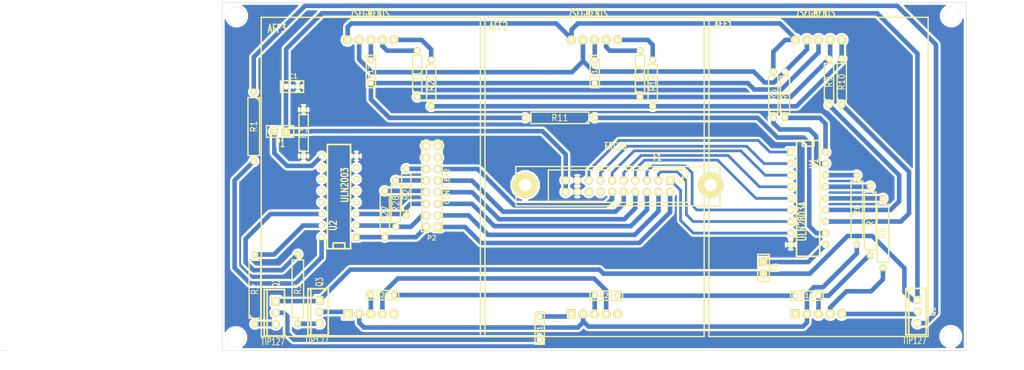
<source format=kicad_pcb>
(kicad_pcb (version 3) (host pcbnew "(2013-07-07 BZR 4022)-stable")

  (general
    (links 89)
    (no_connects 1)
    (area 91.242679 99.289399 302.909441 175.828161)
    (thickness 1.6)
    (drawings 15)
    (tracks 299)
    (zones 0)
    (modules 42)
    (nets 60)
  )

  (page A3)
  (layers
    (15 F.Cu signal)
    (0 B.Cu signal)
    (16 B.Adhes user)
    (17 F.Adhes user)
    (18 B.Paste user)
    (19 F.Paste user)
    (20 B.SilkS user)
    (21 F.SilkS user)
    (22 B.Mask user)
    (23 F.Mask user)
    (24 Dwgs.User user)
    (25 Cmts.User user)
    (26 Eco1.User user)
    (27 Eco2.User user)
    (28 Edge.Cuts user)
  )

  (setup
    (last_trace_width 1)
    (trace_clearance 0.254)
    (zone_clearance 0.508)
    (zone_45_only yes)
    (trace_min 0.254)
    (segment_width 0.2)
    (edge_width 0.1)
    (via_size 0.889)
    (via_drill 0.635)
    (via_min_size 0.889)
    (via_min_drill 0.508)
    (uvia_size 0.508)
    (uvia_drill 0.127)
    (uvias_allowed no)
    (uvia_min_size 0.508)
    (uvia_min_drill 0.127)
    (pcb_text_width 0.3)
    (pcb_text_size 1.5 1.5)
    (mod_edge_width 0.15)
    (mod_text_size 1 1)
    (mod_text_width 0.15)
    (pad_size 4 4)
    (pad_drill 4)
    (pad_to_mask_clearance 0)
    (aux_axis_origin 0 0)
    (visible_elements 7FFFFFFF)
    (pcbplotparams
      (layerselection 23101441)
      (usegerberextensions true)
      (excludeedgelayer true)
      (linewidth 0.150000)
      (plotframeref false)
      (viasonmask false)
      (mode 1)
      (useauxorigin false)
      (hpglpennumber 1)
      (hpglpenspeed 20)
      (hpglpendiameter 15)
      (hpglpenoverlay 2)
      (psnegative false)
      (psa4output false)
      (plotreference true)
      (plotvalue true)
      (plotothertext true)
      (plotinvisibletext false)
      (padsonsilk false)
      (subtractmaskfromsilk false)
      (outputformat 1)
      (mirror false)
      (drillshape 0)
      (scaleselection 1)
      (outputdirectory ""))
  )

  (net 0 "")
  (net 1 /D1)
  (net 2 /D1_JMP)
  (net 3 /D2)
  (net 4 /D2_JMP)
  (net 5 /D3)
  (net 6 /D3_JMP)
  (net 7 /DIG_1)
  (net 8 /DIG_2)
  (net 9 /DIG_2_JMP)
  (net 10 /DIG_3)
  (net 11 /IA)
  (net 12 /IB)
  (net 13 /IC)
  (net 14 /ID)
  (net 15 /IE)
  (net 16 /IF)
  (net 17 /IG)
  (net 18 /IH)
  (net 19 /SEG_A)
  (net 20 /SEG_B)
  (net 21 /SEG_C)
  (net 22 /SEG_D)
  (net 23 /SEG_D1)
  (net 24 /SEG_D2)
  (net 25 /SEG_D3)
  (net 26 /SEG_E)
  (net 27 /SEG_F)
  (net 28 /SEG_F2)
  (net 29 /SEG_F3)
  (net 30 /SEG_G)
  (net 31 /SEG_G2)
  (net 32 /SEG_G3)
  (net 33 /SEG_H)
  (net 34 /SEG_H2)
  (net 35 /SEG_H3)
  (net 36 /VCC)
  (net 37 GND)
  (net 38 N-0000014)
  (net 39 N-0000018)
  (net 40 N-0000019)
  (net 41 N-0000020)
  (net 42 N-0000021)
  (net 43 N-0000022)
  (net 44 N-0000023)
  (net 45 N-0000024)
  (net 46 N-0000025)
  (net 47 N-0000027)
  (net 48 N-0000028)
  (net 49 N-0000051)
  (net 50 N-0000054)
  (net 51 N-0000055)
  (net 52 N-0000056)
  (net 53 N-0000057)
  (net 54 N-0000065)
  (net 55 N-0000066)
  (net 56 N-0000067)
  (net 57 N-0000068)
  (net 58 N-0000069)
  (net 59 N-0000070)

  (net_class Default "This is the default net class."
    (clearance 0.254)
    (trace_width 1)
    (via_dia 0.889)
    (via_drill 0.635)
    (uvia_dia 0.508)
    (uvia_drill 0.127)
    (add_net "")
    (add_net /D1)
    (add_net /D1_JMP)
    (add_net /D2)
    (add_net /D2_JMP)
    (add_net /D3)
    (add_net /D3_JMP)
    (add_net /DIG_1)
    (add_net /DIG_2)
    (add_net /DIG_2_JMP)
    (add_net /DIG_3)
    (add_net /SEG_A)
    (add_net /SEG_B)
    (add_net /SEG_C)
    (add_net /SEG_D)
    (add_net /SEG_D1)
    (add_net /SEG_D2)
    (add_net /SEG_D3)
    (add_net /SEG_E)
    (add_net /SEG_F)
    (add_net /SEG_F2)
    (add_net /SEG_F3)
    (add_net /SEG_G)
    (add_net /SEG_G2)
    (add_net /SEG_G3)
    (add_net /SEG_H)
    (add_net /SEG_H2)
    (add_net /SEG_H3)
    (add_net /VCC)
    (add_net GND)
    (add_net N-0000014)
    (add_net N-0000018)
    (add_net N-0000019)
    (add_net N-0000020)
    (add_net N-0000021)
    (add_net N-0000022)
    (add_net N-0000023)
    (add_net N-0000024)
    (add_net N-0000025)
    (add_net N-0000027)
    (add_net N-0000028)
    (add_net N-0000051)
    (add_net N-0000054)
    (add_net N-0000055)
    (add_net N-0000056)
    (add_net N-0000057)
    (add_net N-0000065)
    (add_net N-0000066)
    (add_net N-0000067)
    (add_net N-0000068)
    (add_net N-0000069)
    (add_net N-0000070)
  )

  (net_class SEGMENTS ""
    (clearance 0.254)
    (trace_width 0.6)
    (via_dia 0.889)
    (via_drill 0.635)
    (uvia_dia 0.508)
    (uvia_drill 0.127)
    (add_net /IA)
    (add_net /IB)
    (add_net /IC)
    (add_net /ID)
    (add_net /IE)
    (add_net /IF)
    (add_net /IG)
    (add_net /IH)
  )

  (module 2INCH_DISPLAY_REVERSE_PINS (layer F.Cu) (tedit 52CD4301) (tstamp 52CD23DE)
    (at 172.45 137.668)
    (descr "Afficheur 7 segments")
    (tags AFFICHEUR)
    (path /52984F05)
    (fp_text reference AFF3 (at -20.558 -32.512) (layer F.SilkS)
      (effects (font (size 1.778 1.143) (thickness 0.28575)))
    )
    (fp_text value 7SEGMENTS (at -0.238 -35.814) (layer F.SilkS)
      (effects (font (size 1.778 1.016) (thickness 0.254)))
    )
    (fp_line (start -24 -35) (end -24 35) (layer F.SilkS) (width 0.3048))
    (fp_line (start 24 -35) (end 24 35) (layer F.SilkS) (width 0.3048))
    (fp_line (start -24 -35) (end 24 -35) (layer F.SilkS) (width 0.3048))
    (fp_line (start 24 35) (end -24 35) (layer F.SilkS) (width 0.3048))
    (pad 5 thru_hole rect (at -5.08 30.05) (size 2.032 2.032) (drill 0.9144)
      (layers *.Cu *.Mask F.SilkS)
      (net 10 /DIG_3)
    )
    (pad 4 thru_hole circle (at -2.54 30.05) (size 2.032 2.032) (drill 0.9144)
      (layers *.Cu *.Mask F.SilkS)
      (net 21 /SEG_C)
    )
    (pad 3 thru_hole circle (at 0 30.05) (size 2.032 2.032) (drill 0.9144)
      (layers *.Cu *.Mask F.SilkS)
      (net 25 /SEG_D3)
    )
    (pad 2 thru_hole circle (at 2.54 30.05) (size 2.032 2.032) (drill 0.9144)
      (layers *.Cu *.Mask F.SilkS)
      (net 26 /SEG_E)
    )
    (pad 9 thru_hole circle (at 2.54 -30.05) (size 2.032 2.032) (drill 0.9144)
      (layers *.Cu *.Mask F.SilkS)
      (net 29 /SEG_F3)
    )
    (pad 8 thru_hole circle (at 0 -30.05) (size 2.032 2.032) (drill 0.9144)
      (layers *.Cu *.Mask F.SilkS)
      (net 35 /SEG_H3)
    )
    (pad 7 thru_hole circle (at -2.54 -30.05) (size 2.032 2.032) (drill 0.9144)
      (layers *.Cu *.Mask F.SilkS)
      (net 19 /SEG_A)
    )
    (pad 6 thru_hole circle (at -5.08 -30.05) (size 2.032 2.032) (drill 0.9144)
      (layers *.Cu *.Mask F.SilkS)
      (net 20 /SEG_B)
    )
    (pad 1 thru_hole circle (at 5.08 30.05) (size 2.032 2.032) (drill 0.9144)
      (layers *.Cu *.Mask F.SilkS)
    )
    (pad 10 thru_hole circle (at 5.06 -30.05) (size 2.032 2.032) (drill 0.9144)
      (layers *.Cu *.Mask F.SilkS)
      (net 32 /SEG_G3)
    )
  )

  (module pin_array_8x2 (layer F.Cu) (tedit 52CD437C) (tstamp 52BB3647)
    (at 185.837 139.755 90)
    (descr "Double rangee de contacts 2 x 8 pins")
    (tags CONN)
    (path /52BAEC56)
    (fp_text reference P2 (at -11.305 -0.035 180) (layer F.SilkS)
      (effects (font (size 1.016 1.016) (thickness 0.2032)))
    )
    (fp_text value CONN_8X2 (at 0 3.302 90) (layer F.SilkS)
      (effects (font (size 1.016 1.016) (thickness 0.2032)))
    )
    (fp_line (start -9.906 2.286) (end -9.906 -2.286) (layer F.SilkS) (width 0.3048))
    (fp_line (start -9.906 -2.286) (end 9.906 -2.286) (layer F.SilkS) (width 0.3048))
    (fp_line (start 9.906 -2.286) (end 9.906 2.286) (layer F.SilkS) (width 0.3048))
    (fp_line (start 9.906 2.286) (end -9.906 2.286) (layer F.SilkS) (width 0.3048))
    (pad 1 thru_hole rect (at -8.89 1.27 90) (size 1.8 1.8) (drill 1.016)
      (layers *.Cu *.Mask F.SilkS)
      (net 44 N-0000023)
    )
    (pad 2 thru_hole circle (at -8.89 -1.27 90) (size 1.8 1.8) (drill 1.016)
      (layers *.Cu *.Mask F.SilkS)
      (net 1 /D1)
    )
    (pad 3 thru_hole circle (at -6.35 1.27 90) (size 1.8 1.8) (drill 1.016)
      (layers *.Cu *.Mask F.SilkS)
      (net 43 N-0000022)
    )
    (pad 4 thru_hole circle (at -6.35 -1.27 90) (size 1.8 1.8) (drill 1.016)
      (layers *.Cu *.Mask F.SilkS)
      (net 3 /D2)
    )
    (pad 5 thru_hole circle (at -3.81 1.27 90) (size 1.8 1.8) (drill 1.016)
      (layers *.Cu *.Mask F.SilkS)
      (net 42 N-0000021)
    )
    (pad 6 thru_hole circle (at -3.81 -1.27 90) (size 1.8 1.8) (drill 1.016)
      (layers *.Cu *.Mask F.SilkS)
      (net 5 /D3)
    )
    (pad 7 thru_hole circle (at -1.27 1.27 90) (size 1.8 1.8) (drill 1.016)
      (layers *.Cu *.Mask F.SilkS)
      (net 41 N-0000020)
    )
    (pad 8 thru_hole circle (at -1.27 -1.27 90) (size 1.8 1.8) (drill 1.016)
      (layers *.Cu *.Mask F.SilkS)
      (net 2 /D1_JMP)
    )
    (pad 9 thru_hole circle (at 1.27 1.27 90) (size 1.8 1.8) (drill 1.016)
      (layers *.Cu *.Mask F.SilkS)
      (net 40 N-0000019)
    )
    (pad 10 thru_hole circle (at 1.27 -1.27 90) (size 1.8 1.8) (drill 1.016)
      (layers *.Cu *.Mask F.SilkS)
      (net 4 /D2_JMP)
    )
    (pad 11 thru_hole circle (at 3.81 1.27 90) (size 1.8 1.8) (drill 1.016)
      (layers *.Cu *.Mask F.SilkS)
      (net 39 N-0000018)
    )
    (pad 12 thru_hole circle (at 3.81 -1.27 90) (size 1.8 1.8) (drill 1.016)
      (layers *.Cu *.Mask F.SilkS)
      (net 6 /D3_JMP)
    )
    (pad 13 thru_hole circle (at 6.35 1.27 90) (size 1.8 1.8) (drill 1.016)
      (layers *.Cu *.Mask F.SilkS)
    )
    (pad 14 thru_hole circle (at 6.35 -1.27 90) (size 1.8 1.8) (drill 1.016)
      (layers *.Cu *.Mask F.SilkS)
    )
    (pad 15 thru_hole circle (at 8.89 1.27 90) (size 1.8 1.8) (drill 1.016)
      (layers *.Cu *.Mask F.SilkS)
    )
    (pad 16 thru_hole circle (at 8.89 -1.27 90) (size 1.8 1.8) (drill 1.016)
      (layers *.Cu *.Mask F.SilkS)
    )
    (model pin_array/pins_array_8x2.wrl
      (at (xyz 0 0 0))
      (scale (xyz 1 1 1))
      (rotate (xyz 0 0 0))
    )
  )

  (module C1 (layer F.Cu) (tedit 3F92C496) (tstamp 52BB36B3)
    (at 155.194 117.856)
    (descr "Condensateur e = 1 pas")
    (tags C)
    (path /52BAF14F)
    (fp_text reference C1 (at 0.254 -2.286) (layer F.SilkS)
      (effects (font (size 1.016 1.016) (thickness 0.2032)))
    )
    (fp_text value C (at 0 -2.286) (layer F.SilkS) hide
      (effects (font (size 1.016 1.016) (thickness 0.2032)))
    )
    (fp_line (start -2.4892 -1.27) (end 2.54 -1.27) (layer F.SilkS) (width 0.3048))
    (fp_line (start 2.54 -1.27) (end 2.54 1.27) (layer F.SilkS) (width 0.3048))
    (fp_line (start 2.54 1.27) (end -2.54 1.27) (layer F.SilkS) (width 0.3048))
    (fp_line (start -2.54 1.27) (end -2.54 -1.27) (layer F.SilkS) (width 0.3048))
    (fp_line (start -2.54 -0.635) (end -1.905 -1.27) (layer F.SilkS) (width 0.3048))
    (pad 1 thru_hole circle (at -1.27 0) (size 1.397 1.397) (drill 0.8128)
      (layers *.Cu *.Mask F.SilkS)
      (net 36 /VCC)
    )
    (pad 2 thru_hole circle (at 1.27 0) (size 1.397 1.397) (drill 0.8128)
      (layers *.Cu *.Mask F.SilkS)
      (net 37 GND)
    )
    (model discret/capa_1_pas.wrl
      (at (xyz 0 0 0))
      (scale (xyz 1 1 1))
      (rotate (xyz 0 0 0))
    )
  )

  (module 2INCH_DISPLAY_REVERSE_PINS (layer F.Cu) (tedit 52CD430D) (tstamp 52CD2473)
    (at 270.5 137.668)
    (descr "Afficheur 7 segments")
    (tags AFFICHEUR)
    (path /52984EE7)
    (fp_text reference AFF1 (at -20.818 -33.528) (layer F.SilkS)
      (effects (font (size 1.778 1.143) (thickness 0.28575)))
    )
    (fp_text value 7SEGMENTS (at -0.7012 -35.9664) (layer F.SilkS)
      (effects (font (size 1.778 1.016) (thickness 0.254)))
    )
    (fp_line (start -24 -35) (end -24 35) (layer F.SilkS) (width 0.3048))
    (fp_line (start 24 -35) (end 24 35) (layer F.SilkS) (width 0.3048))
    (fp_line (start -24 -35) (end 24 -35) (layer F.SilkS) (width 0.3048))
    (fp_line (start 24 35) (end -24 35) (layer F.SilkS) (width 0.3048))
    (pad 5 thru_hole rect (at -5.08 30.05) (size 2.032 2.032) (drill 0.9144)
      (layers *.Cu *.Mask F.SilkS)
    )
    (pad 4 thru_hole circle (at -2.54 30.05) (size 2.032 2.032) (drill 0.9144)
      (layers *.Cu *.Mask F.SilkS)
      (net 21 /SEG_C)
    )
    (pad 3 thru_hole circle (at 0 30.05) (size 2.032 2.032) (drill 0.9144)
      (layers *.Cu *.Mask F.SilkS)
      (net 22 /SEG_D)
    )
    (pad 2 thru_hole circle (at 2.54 30.05) (size 2.032 2.032) (drill 0.9144)
      (layers *.Cu *.Mask F.SilkS)
      (net 26 /SEG_E)
    )
    (pad 9 thru_hole circle (at 2.54 -30.05) (size 2.032 2.032) (drill 0.9144)
      (layers *.Cu *.Mask F.SilkS)
      (net 27 /SEG_F)
    )
    (pad 8 thru_hole circle (at 0 -30.05) (size 2.032 2.032) (drill 0.9144)
      (layers *.Cu *.Mask F.SilkS)
      (net 33 /SEG_H)
    )
    (pad 7 thru_hole circle (at -2.54 -30.05) (size 2.032 2.032) (drill 0.9144)
      (layers *.Cu *.Mask F.SilkS)
      (net 19 /SEG_A)
    )
    (pad 6 thru_hole circle (at -5.08 -30.05) (size 2.032 2.032) (drill 0.9144)
      (layers *.Cu *.Mask F.SilkS)
      (net 20 /SEG_B)
    )
    (pad 1 thru_hole circle (at 5.08 30.05) (size 2.032 2.032) (drill 0.9144)
      (layers *.Cu *.Mask F.SilkS)
      (net 7 /DIG_1)
    )
    (pad 10 thru_hole circle (at 5.06 -30.05) (size 2.032 2.032) (drill 0.9144)
      (layers *.Cu *.Mask F.SilkS)
      (net 30 /SEG_G)
    )
  )

  (module 2INCH_DISPLAY_REVERSE_PINS (layer F.Cu) (tedit 52CE49D3) (tstamp 52CD23CC)
    (at 221.45 137.668)
    (descr "Afficheur 7 segments")
    (tags AFFICHEUR)
    (path /52984EF6)
    (fp_text reference AFF2 (at -21.044 -33.02) (layer F.SilkS)
      (effects (font (size 1.778 1.143) (thickness 0.28575)))
    )
    (fp_text value 7SEGMENTS (at -1.486 -35.814) (layer F.SilkS)
      (effects (font (size 1.778 1.016) (thickness 0.254)))
    )
    (fp_line (start -24 -35) (end -24 35) (layer F.SilkS) (width 0.3048))
    (fp_line (start 24 -35) (end 24 35) (layer F.SilkS) (width 0.3048))
    (fp_line (start -24 -35) (end 24 -35) (layer F.SilkS) (width 0.3048))
    (fp_line (start 24 35) (end -24 35) (layer F.SilkS) (width 0.3048))
    (pad 5 thru_hole rect (at -5.08 30.05) (size 2.032 2.032) (drill 0.9144)
      (layers *.Cu *.Mask F.SilkS)
      (net 9 /DIG_2_JMP)
    )
    (pad 4 thru_hole circle (at -2.54 30.05) (size 2.032 2.032) (drill 0.9144)
      (layers *.Cu *.Mask F.SilkS)
      (net 21 /SEG_C)
    )
    (pad 3 thru_hole circle (at 0 30.05) (size 2.032 2.032) (drill 0.9144)
      (layers *.Cu *.Mask F.SilkS)
      (net 24 /SEG_D2)
    )
    (pad 2 thru_hole circle (at 2.54 30.05) (size 2.032 2.032) (drill 0.9144)
      (layers *.Cu *.Mask F.SilkS)
      (net 26 /SEG_E)
    )
    (pad 9 thru_hole circle (at 2.54 -30.05) (size 2.032 2.032) (drill 0.9144)
      (layers *.Cu *.Mask F.SilkS)
      (net 28 /SEG_F2)
    )
    (pad 8 thru_hole circle (at 0 -30.05) (size 2.032 2.032) (drill 0.9144)
      (layers *.Cu *.Mask F.SilkS)
      (net 34 /SEG_H2)
    )
    (pad 7 thru_hole circle (at -2.54 -30.05) (size 2.032 2.032) (drill 0.9144)
      (layers *.Cu *.Mask F.SilkS)
      (net 19 /SEG_A)
    )
    (pad 6 thru_hole circle (at -5.08 -30.05) (size 2.032 2.032) (drill 0.9144)
      (layers *.Cu *.Mask F.SilkS)
      (net 20 /SEG_B)
    )
    (pad 1 thru_hole circle (at 5.08 30.05) (size 2.032 2.032) (drill 0.9144)
      (layers *.Cu *.Mask F.SilkS)
    )
    (pad 10 thru_hole circle (at 5.06 -30.05) (size 2.032 2.032) (drill 0.9144)
      (layers *.Cu *.Mask F.SilkS)
      (net 31 /SEG_G2)
    )
  )

  (module Ideonics_R (layer F.Cu) (tedit 520C69E1) (tstamp 52CD342E)
    (at 281.813 147.32 270)
    (descr "Resistance 6 pas")
    (tags R)
    (path /52BAF0A6)
    (autoplace_cost180 10)
    (fp_text reference R7 (at 0 0 270) (layer F.SilkS)
      (effects (font (size 1.397 1.27) (thickness 0.2032)))
    )
    (fp_text value 820 (at 0.254 0 270) (layer F.SilkS) hide
      (effects (font (size 1.397 1.27) (thickness 0.2032)))
    )
    (fp_line (start -6.35 -1.27) (end 6.35 -1.27) (layer F.SilkS) (width 0.3048))
    (fp_line (start 6.35 -1.27) (end 6.35 1.27) (layer F.SilkS) (width 0.3048))
    (fp_line (start 6.35 1.27) (end -6.35 1.27) (layer F.SilkS) (width 0.3048))
    (fp_line (start 6.35 0) (end 7.62 0) (layer F.SilkS) (width 0.3048))
    (fp_line (start -7.62 0) (end -6.35 0) (layer F.SilkS) (width 0.3048))
    (fp_line (start -6.35 -0.508) (end -5.588 -1.27) (layer F.SilkS) (width 0.3048))
    (fp_line (start -6.35 -1.27) (end -6.35 1.27) (layer F.SilkS) (width 0.3048))
    (pad 1 thru_hole circle (at -7.62 0 270) (size 1.5 1.5) (drill 0.6)
      (layers *.Cu *.Mask F.SilkS)
      (net 59 N-0000070)
    )
    (pad 2 thru_hole circle (at 7.62 0 270) (size 1.5 1.5) (drill 0.6)
      (layers *.Cu *.Mask F.SilkS)
      (net 22 /SEG_D)
    )
    (model discret/resistor.wrl
      (at (xyz 0 0 0))
      (scale (xyz 0.6 0.6 0.6))
      (rotate (xyz 0 0 0))
    )
  )

  (module Ideonics_R (layer F.Cu) (tedit 520C69E1) (tstamp 52CD3420)
    (at 278.892 144.907 270)
    (descr "Resistance 6 pas")
    (tags R)
    (path /52BAF09B)
    (autoplace_cost180 10)
    (fp_text reference R6 (at 0 0 270) (layer F.SilkS)
      (effects (font (size 1.397 1.27) (thickness 0.2032)))
    )
    (fp_text value 820 (at 0.254 0 270) (layer F.SilkS) hide
      (effects (font (size 1.397 1.27) (thickness 0.2032)))
    )
    (fp_line (start -6.35 -1.27) (end 6.35 -1.27) (layer F.SilkS) (width 0.3048))
    (fp_line (start 6.35 -1.27) (end 6.35 1.27) (layer F.SilkS) (width 0.3048))
    (fp_line (start 6.35 1.27) (end -6.35 1.27) (layer F.SilkS) (width 0.3048))
    (fp_line (start 6.35 0) (end 7.62 0) (layer F.SilkS) (width 0.3048))
    (fp_line (start -7.62 0) (end -6.35 0) (layer F.SilkS) (width 0.3048))
    (fp_line (start -6.35 -0.508) (end -5.588 -1.27) (layer F.SilkS) (width 0.3048))
    (fp_line (start -6.35 -1.27) (end -6.35 1.27) (layer F.SilkS) (width 0.3048))
    (pad 1 thru_hole circle (at -7.62 0 270) (size 1.5 1.5) (drill 0.6)
      (layers *.Cu *.Mask F.SilkS)
      (net 52 N-0000056)
    )
    (pad 2 thru_hole circle (at 7.62 0 270) (size 1.5 1.5) (drill 0.6)
      (layers *.Cu *.Mask F.SilkS)
      (net 21 /SEG_C)
    )
    (model discret/resistor.wrl
      (at (xyz 0 0 0))
      (scale (xyz 0.6 0.6 0.6))
      (rotate (xyz 0 0 0))
    )
  )

  (module Ideonics_R (layer F.Cu) (tedit 520C69E1) (tstamp 52CD343C)
    (at 284.607 149.987 270)
    (descr "Resistance 6 pas")
    (tags R)
    (path /52BAF0B1)
    (autoplace_cost180 10)
    (fp_text reference R8 (at 0 0 270) (layer F.SilkS)
      (effects (font (size 1.397 1.27) (thickness 0.2032)))
    )
    (fp_text value 820 (at 0.254 0 270) (layer F.SilkS) hide
      (effects (font (size 1.397 1.27) (thickness 0.2032)))
    )
    (fp_line (start -6.35 -1.27) (end 6.35 -1.27) (layer F.SilkS) (width 0.3048))
    (fp_line (start 6.35 -1.27) (end 6.35 1.27) (layer F.SilkS) (width 0.3048))
    (fp_line (start 6.35 1.27) (end -6.35 1.27) (layer F.SilkS) (width 0.3048))
    (fp_line (start 6.35 0) (end 7.62 0) (layer F.SilkS) (width 0.3048))
    (fp_line (start -7.62 0) (end -6.35 0) (layer F.SilkS) (width 0.3048))
    (fp_line (start -6.35 -0.508) (end -5.588 -1.27) (layer F.SilkS) (width 0.3048))
    (fp_line (start -6.35 -1.27) (end -6.35 1.27) (layer F.SilkS) (width 0.3048))
    (pad 1 thru_hole circle (at -7.62 0 270) (size 1.5 1.5) (drill 0.6)
      (layers *.Cu *.Mask F.SilkS)
      (net 58 N-0000069)
    )
    (pad 2 thru_hole circle (at 7.62 0 270) (size 1.5 1.5) (drill 0.6)
      (layers *.Cu *.Mask F.SilkS)
      (net 26 /SEG_E)
    )
    (model discret/resistor.wrl
      (at (xyz 0 0 0))
      (scale (xyz 0.6 0.6 0.6))
      (rotate (xyz 0 0 0))
    )
  )

  (module Ideonics_R (layer F.Cu) (tedit 520C69E1) (tstamp 52CE5511)
    (at 156.464 162.2425 90)
    (descr "Resistance 6 pas")
    (tags R)
    (path /52985090)
    (autoplace_cost180 10)
    (fp_text reference R3 (at 0 0 90) (layer F.SilkS)
      (effects (font (size 1.397 1.27) (thickness 0.2032)))
    )
    (fp_text value 2.2K (at 0.254 0 90) (layer F.SilkS) hide
      (effects (font (size 1.397 1.27) (thickness 0.2032)))
    )
    (fp_line (start -6.35 -1.27) (end 6.35 -1.27) (layer F.SilkS) (width 0.3048))
    (fp_line (start 6.35 -1.27) (end 6.35 1.27) (layer F.SilkS) (width 0.3048))
    (fp_line (start 6.35 1.27) (end -6.35 1.27) (layer F.SilkS) (width 0.3048))
    (fp_line (start 6.35 0) (end 7.62 0) (layer F.SilkS) (width 0.3048))
    (fp_line (start -7.62 0) (end -6.35 0) (layer F.SilkS) (width 0.3048))
    (fp_line (start -6.35 -0.508) (end -5.588 -1.27) (layer F.SilkS) (width 0.3048))
    (fp_line (start -6.35 -1.27) (end -6.35 1.27) (layer F.SilkS) (width 0.3048))
    (pad 1 thru_hole circle (at -7.62 0 90) (size 1.5 1.5) (drill 0.6)
      (layers *.Cu *.Mask F.SilkS)
      (net 54 N-0000065)
    )
    (pad 2 thru_hole circle (at 7.62 0 90) (size 1.5 1.5) (drill 0.6)
      (layers *.Cu *.Mask F.SilkS)
      (net 45 N-0000024)
    )
    (model discret/resistor.wrl
      (at (xyz 0 0 0))
      (scale (xyz 0.6 0.6 0.6))
      (rotate (xyz 0 0 0))
    )
  )

  (module Ideonics_R (layer F.Cu) (tedit 520C69E1) (tstamp 52CE5F41)
    (at 147.066 162.306 90)
    (descr "Resistance 6 pas")
    (tags R)
    (path /52985081)
    (autoplace_cost180 10)
    (fp_text reference R2 (at 0 0 90) (layer F.SilkS)
      (effects (font (size 1.397 1.27) (thickness 0.2032)))
    )
    (fp_text value 2.2K (at 0.254 0 90) (layer F.SilkS) hide
      (effects (font (size 1.397 1.27) (thickness 0.2032)))
    )
    (fp_line (start -6.35 -1.27) (end 6.35 -1.27) (layer F.SilkS) (width 0.3048))
    (fp_line (start 6.35 -1.27) (end 6.35 1.27) (layer F.SilkS) (width 0.3048))
    (fp_line (start 6.35 1.27) (end -6.35 1.27) (layer F.SilkS) (width 0.3048))
    (fp_line (start 6.35 0) (end 7.62 0) (layer F.SilkS) (width 0.3048))
    (fp_line (start -7.62 0) (end -6.35 0) (layer F.SilkS) (width 0.3048))
    (fp_line (start -6.35 -0.508) (end -5.588 -1.27) (layer F.SilkS) (width 0.3048))
    (fp_line (start -6.35 -1.27) (end -6.35 1.27) (layer F.SilkS) (width 0.3048))
    (pad 1 thru_hole circle (at -7.62 0 90) (size 1.5 1.5) (drill 0.6)
      (layers *.Cu *.Mask F.SilkS)
      (net 47 N-0000027)
    )
    (pad 2 thru_hole circle (at 7.62 0 90) (size 1.5 1.5) (drill 0.6)
      (layers *.Cu *.Mask F.SilkS)
      (net 38 N-0000014)
    )
    (model discret/resistor.wrl
      (at (xyz 0 0 0))
      (scale (xyz 0.6 0.6 0.6))
      (rotate (xyz 0 0 0))
    )
  )

  (module Ideonics_R (layer F.Cu) (tedit 520C69E1) (tstamp 52CE614F)
    (at 146.812 126.619 270)
    (descr "Resistance 6 pas")
    (tags R)
    (path /52985072)
    (autoplace_cost180 10)
    (fp_text reference R1 (at 0 0 270) (layer F.SilkS)
      (effects (font (size 1.397 1.27) (thickness 0.2032)))
    )
    (fp_text value 2.2K (at 0.254 0 270) (layer F.SilkS) hide
      (effects (font (size 1.397 1.27) (thickness 0.2032)))
    )
    (fp_line (start -6.35 -1.27) (end 6.35 -1.27) (layer F.SilkS) (width 0.3048))
    (fp_line (start 6.35 -1.27) (end 6.35 1.27) (layer F.SilkS) (width 0.3048))
    (fp_line (start 6.35 1.27) (end -6.35 1.27) (layer F.SilkS) (width 0.3048))
    (fp_line (start 6.35 0) (end 7.62 0) (layer F.SilkS) (width 0.3048))
    (fp_line (start -7.62 0) (end -6.35 0) (layer F.SilkS) (width 0.3048))
    (fp_line (start -6.35 -0.508) (end -5.588 -1.27) (layer F.SilkS) (width 0.3048))
    (fp_line (start -6.35 -1.27) (end -6.35 1.27) (layer F.SilkS) (width 0.3048))
    (pad 1 thru_hole circle (at -7.62 0 270) (size 1.5 1.5) (drill 0.6)
      (layers *.Cu *.Mask F.SilkS)
      (net 48 N-0000028)
    )
    (pad 2 thru_hole circle (at 7.62 0 270) (size 1.5 1.5) (drill 0.6)
      (layers *.Cu *.Mask F.SilkS)
      (net 46 N-0000025)
    )
    (model discret/resistor.wrl
      (at (xyz 0 0 0))
      (scale (xyz 0.6 0.6 0.6))
      (rotate (xyz 0 0 0))
    )
  )

  (module Ideonics_R (layer F.Cu) (tedit 520C69E1) (tstamp 52BB362F)
    (at 213.868 124.714 180)
    (descr "Resistance 6 pas")
    (tags R)
    (path /52BAF0C3)
    (autoplace_cost180 10)
    (fp_text reference R11 (at 0 0 180) (layer F.SilkS)
      (effects (font (size 1.397 1.27) (thickness 0.2032)))
    )
    (fp_text value 820 (at 0.254 0 180) (layer F.SilkS) hide
      (effects (font (size 1.397 1.27) (thickness 0.2032)))
    )
    (fp_line (start -6.35 -1.27) (end 6.35 -1.27) (layer F.SilkS) (width 0.3048))
    (fp_line (start 6.35 -1.27) (end 6.35 1.27) (layer F.SilkS) (width 0.3048))
    (fp_line (start 6.35 1.27) (end -6.35 1.27) (layer F.SilkS) (width 0.3048))
    (fp_line (start 6.35 0) (end 7.62 0) (layer F.SilkS) (width 0.3048))
    (fp_line (start -7.62 0) (end -6.35 0) (layer F.SilkS) (width 0.3048))
    (fp_line (start -6.35 -0.508) (end -5.588 -1.27) (layer F.SilkS) (width 0.3048))
    (fp_line (start -6.35 -1.27) (end -6.35 1.27) (layer F.SilkS) (width 0.3048))
    (pad 1 thru_hole circle (at -7.62 0 180) (size 1.5 1.5) (drill 0.6)
      (layers *.Cu *.Mask F.SilkS)
      (net 55 N-0000066)
    )
    (pad 2 thru_hole circle (at 7.62 0 180) (size 1.5 1.5) (drill 0.6)
      (layers *.Cu *.Mask F.SilkS)
      (net 33 /SEG_H)
    )
    (model discret/resistor.wrl
      (at (xyz 0 0 0))
      (scale (xyz 0.6 0.6 0.6))
      (rotate (xyz 0 0 0))
    )
  )

  (module R4 (layer F.Cu) (tedit 200000) (tstamp 52CE530A)
    (at 157.734 128.016 90)
    (descr "Resitance 4 pas")
    (tags R)
    (path /52C66ED1)
    (autoplace_cost180 10)
    (fp_text reference P3 (at 0 0 90) (layer F.SilkS)
      (effects (font (size 1.397 1.27) (thickness 0.2032)))
    )
    (fp_text value GND_JMP (at 0 0 90) (layer F.SilkS) hide
      (effects (font (size 1.397 1.27) (thickness 0.2032)))
    )
    (fp_line (start -5.08 0) (end -4.064 0) (layer F.SilkS) (width 0.3048))
    (fp_line (start -4.064 0) (end -4.064 -1.016) (layer F.SilkS) (width 0.3048))
    (fp_line (start -4.064 -1.016) (end 4.064 -1.016) (layer F.SilkS) (width 0.3048))
    (fp_line (start 4.064 -1.016) (end 4.064 1.016) (layer F.SilkS) (width 0.3048))
    (fp_line (start 4.064 1.016) (end -4.064 1.016) (layer F.SilkS) (width 0.3048))
    (fp_line (start -4.064 1.016) (end -4.064 0) (layer F.SilkS) (width 0.3048))
    (fp_line (start -4.064 -0.508) (end -3.556 -1.016) (layer F.SilkS) (width 0.3048))
    (fp_line (start 5.08 0) (end 4.064 0) (layer F.SilkS) (width 0.3048))
    (pad 1 thru_hole circle (at -5.08 0 90) (size 1.524 1.524) (drill 0.8128)
      (layers *.Cu *.Mask F.SilkS)
      (net 37 GND)
    )
    (pad 2 thru_hole circle (at 5.08 0 90) (size 1.524 1.524) (drill 0.8128)
      (layers *.Cu *.Mask F.SilkS)
      (net 37 GND)
    )
    (model discret/resistor.wrl
      (at (xyz 0 0 0))
      (scale (xyz 0.4 0.4 0.4))
      (rotate (xyz 0 0 0))
    )
  )

  (module R4 (layer F.Cu) (tedit 200000) (tstamp 52CE46F4)
    (at 175.514 145.796 90)
    (descr "Resitance 4 pas")
    (tags R)
    (path /52CD43C9)
    (autoplace_cost180 10)
    (fp_text reference R27 (at 0 0 90) (layer F.SilkS)
      (effects (font (size 1.397 1.27) (thickness 0.2032)))
    )
    (fp_text value JMP (at 0 0 90) (layer F.SilkS) hide
      (effects (font (size 1.397 1.27) (thickness 0.2032)))
    )
    (fp_line (start -5.08 0) (end -4.064 0) (layer F.SilkS) (width 0.3048))
    (fp_line (start -4.064 0) (end -4.064 -1.016) (layer F.SilkS) (width 0.3048))
    (fp_line (start -4.064 -1.016) (end 4.064 -1.016) (layer F.SilkS) (width 0.3048))
    (fp_line (start 4.064 -1.016) (end 4.064 1.016) (layer F.SilkS) (width 0.3048))
    (fp_line (start 4.064 1.016) (end -4.064 1.016) (layer F.SilkS) (width 0.3048))
    (fp_line (start -4.064 1.016) (end -4.064 0) (layer F.SilkS) (width 0.3048))
    (fp_line (start -4.064 -0.508) (end -3.556 -1.016) (layer F.SilkS) (width 0.3048))
    (fp_line (start 5.08 0) (end 4.064 0) (layer F.SilkS) (width 0.3048))
    (pad 1 thru_hole circle (at -5.08 0 90) (size 1.524 1.524) (drill 0.8128)
      (layers *.Cu *.Mask F.SilkS)
      (net 1 /D1)
    )
    (pad 2 thru_hole circle (at 5.08 0 90) (size 1.524 1.524) (drill 0.8128)
      (layers *.Cu *.Mask F.SilkS)
      (net 2 /D1_JMP)
    )
    (model discret/resistor.wrl
      (at (xyz 0 0 0))
      (scale (xyz 0.4 0.4 0.4))
      (rotate (xyz 0 0 0))
    )
  )

  (module R4 (layer F.Cu) (tedit 200000) (tstamp 52CE4702)
    (at 177.927 143.51 90)
    (descr "Resitance 4 pas")
    (tags R)
    (path /52CD43CF)
    (autoplace_cost180 10)
    (fp_text reference R28 (at 0 0 90) (layer F.SilkS)
      (effects (font (size 1.397 1.27) (thickness 0.2032)))
    )
    (fp_text value JMP (at 0 0 90) (layer F.SilkS) hide
      (effects (font (size 1.397 1.27) (thickness 0.2032)))
    )
    (fp_line (start -5.08 0) (end -4.064 0) (layer F.SilkS) (width 0.3048))
    (fp_line (start -4.064 0) (end -4.064 -1.016) (layer F.SilkS) (width 0.3048))
    (fp_line (start -4.064 -1.016) (end 4.064 -1.016) (layer F.SilkS) (width 0.3048))
    (fp_line (start 4.064 -1.016) (end 4.064 1.016) (layer F.SilkS) (width 0.3048))
    (fp_line (start 4.064 1.016) (end -4.064 1.016) (layer F.SilkS) (width 0.3048))
    (fp_line (start -4.064 1.016) (end -4.064 0) (layer F.SilkS) (width 0.3048))
    (fp_line (start -4.064 -0.508) (end -3.556 -1.016) (layer F.SilkS) (width 0.3048))
    (fp_line (start 5.08 0) (end 4.064 0) (layer F.SilkS) (width 0.3048))
    (pad 1 thru_hole circle (at -5.08 0 90) (size 1.524 1.524) (drill 0.8128)
      (layers *.Cu *.Mask F.SilkS)
      (net 3 /D2)
    )
    (pad 2 thru_hole circle (at 5.08 0 90) (size 1.524 1.524) (drill 0.8128)
      (layers *.Cu *.Mask F.SilkS)
      (net 4 /D2_JMP)
    )
    (model discret/resistor.wrl
      (at (xyz 0 0 0))
      (scale (xyz 0.4 0.4 0.4))
      (rotate (xyz 0 0 0))
    )
  )

  (module R4 (layer F.Cu) (tedit 200000) (tstamp 52CE4710)
    (at 180.213 140.97 90)
    (descr "Resitance 4 pas")
    (tags R)
    (path /52CD43D5)
    (autoplace_cost180 10)
    (fp_text reference R29 (at 0 0 90) (layer F.SilkS)
      (effects (font (size 1.397 1.27) (thickness 0.2032)))
    )
    (fp_text value JMP (at 0 0 90) (layer F.SilkS) hide
      (effects (font (size 1.397 1.27) (thickness 0.2032)))
    )
    (fp_line (start -5.08 0) (end -4.064 0) (layer F.SilkS) (width 0.3048))
    (fp_line (start -4.064 0) (end -4.064 -1.016) (layer F.SilkS) (width 0.3048))
    (fp_line (start -4.064 -1.016) (end 4.064 -1.016) (layer F.SilkS) (width 0.3048))
    (fp_line (start 4.064 -1.016) (end 4.064 1.016) (layer F.SilkS) (width 0.3048))
    (fp_line (start 4.064 1.016) (end -4.064 1.016) (layer F.SilkS) (width 0.3048))
    (fp_line (start -4.064 1.016) (end -4.064 0) (layer F.SilkS) (width 0.3048))
    (fp_line (start -4.064 -0.508) (end -3.556 -1.016) (layer F.SilkS) (width 0.3048))
    (fp_line (start 5.08 0) (end 4.064 0) (layer F.SilkS) (width 0.3048))
    (pad 1 thru_hole circle (at -5.08 0 90) (size 1.524 1.524) (drill 0.8128)
      (layers *.Cu *.Mask F.SilkS)
      (net 5 /D3)
    )
    (pad 2 thru_hole circle (at 5.08 0 90) (size 1.524 1.524) (drill 0.8128)
      (layers *.Cu *.Mask F.SilkS)
      (net 6 /D3_JMP)
    )
    (model discret/resistor.wrl
      (at (xyz 0 0 0))
      (scale (xyz 0.4 0.4 0.4))
      (rotate (xyz 0 0 0))
    )
  )

  (module C2 (layer F.Cu) (tedit 200000) (tstamp 52CE473C)
    (at 175.006 163.576 180)
    (descr "Condensateur = 2 pas")
    (tags C)
    (path /52CD355F)
    (fp_text reference R23 (at 0 0 180) (layer F.SilkS)
      (effects (font (size 1.016 1.016) (thickness 0.2032)))
    )
    (fp_text value JMP_D (at 0 0 180) (layer F.SilkS) hide
      (effects (font (size 1.016 1.016) (thickness 0.2032)))
    )
    (fp_line (start -3.556 -1.016) (end 3.556 -1.016) (layer F.SilkS) (width 0.3048))
    (fp_line (start 3.556 -1.016) (end 3.556 1.016) (layer F.SilkS) (width 0.3048))
    (fp_line (start 3.556 1.016) (end -3.556 1.016) (layer F.SilkS) (width 0.3048))
    (fp_line (start -3.556 1.016) (end -3.556 -1.016) (layer F.SilkS) (width 0.3048))
    (fp_line (start -3.556 -0.508) (end -3.048 -1.016) (layer F.SilkS) (width 0.3048))
    (pad 1 thru_hole circle (at -2.54 0 180) (size 1.397 1.397) (drill 0.8128)
      (layers *.Cu *.Mask F.SilkS)
      (net 24 /SEG_D2)
    )
    (pad 2 thru_hole circle (at 2.54 0 180) (size 1.397 1.397) (drill 0.8128)
      (layers *.Cu *.Mask F.SilkS)
      (net 25 /SEG_D3)
    )
    (model discret/capa_2pas_5x5mm.wrl
      (at (xyz 0 0 0))
      (scale (xyz 1 1 1))
      (rotate (xyz 0 0 0))
    )
  )

  (module Ideonics_RMC_2 (layer F.Cu) (tedit 52272A72) (tstamp 52BB358B)
    (at 258.445 157.607 270)
    (descr "Connecteurs 2 pins")
    (tags "CONN DEV")
    (path /52987AE9)
    (fp_text reference P4 (at 0 -2.54 270) (layer F.SilkS)
      (effects (font (size 1.72974 1.08712) (thickness 0.27178)))
    )
    (fp_text value CONN_2 (at 0 -2.54 270) (layer F.SilkS) hide
      (effects (font (size 1.524 1.016) (thickness 0.254)))
    )
    (fp_line (start -3 1.27) (end -3 -1.27) (layer F.SilkS) (width 0.3048))
    (fp_line (start -3 -1.27) (end 3 -1.27) (layer F.SilkS) (width 0.3048))
    (fp_line (start 3 -1.27) (end 3 1.27) (layer F.SilkS) (width 0.3048))
    (fp_line (start 3 1.27) (end -3 1.27) (layer F.SilkS) (width 0.3048))
    (pad 1 thru_hole rect (at -1.27 0.01016 270) (size 1.8 1.8) (drill 0.6)
      (layers *.Cu *.Mask F.SilkS)
      (net 49 N-0000051)
    )
    (pad 2 thru_hole circle (at 1.27 0.01016 270) (size 1.8 1.8) (drill 0.6)
      (layers *.Cu *.Mask F.SilkS)
      (net 36 /VCC)
    )
  )

  (module Ideonics_RMC_2 (layer F.Cu) (tedit 52272A72) (tstamp 52BB3595)
    (at 152.5905 127.6985 180)
    (descr "Connecteurs 2 pins")
    (tags "CONN DEV")
    (path /52987541)
    (fp_text reference P1 (at 0 -2.54 180) (layer F.SilkS)
      (effects (font (size 1.72974 1.08712) (thickness 0.27178)))
    )
    (fp_text value CONN_2 (at 0 -2.54 180) (layer F.SilkS) hide
      (effects (font (size 1.524 1.016) (thickness 0.254)))
    )
    (fp_line (start -3 1.27) (end -3 -1.27) (layer F.SilkS) (width 0.3048))
    (fp_line (start -3 -1.27) (end 3 -1.27) (layer F.SilkS) (width 0.3048))
    (fp_line (start 3 -1.27) (end 3 1.27) (layer F.SilkS) (width 0.3048))
    (fp_line (start 3 1.27) (end -3 1.27) (layer F.SilkS) (width 0.3048))
    (pad 1 thru_hole rect (at -1.27 0.01016 180) (size 1.8 1.8) (drill 0.6)
      (layers *.Cu *.Mask F.SilkS)
      (net 36 /VCC)
    )
    (pad 2 thru_hole circle (at 1.27 0.01016 180) (size 1.8 1.8) (drill 0.6)
      (layers *.Cu *.Mask F.SilkS)
      (net 53 N-0000057)
    )
  )

  (module HE10_20D (layer F.Cu) (tedit 52CE49CD) (tstamp 52BB366F)
    (at 226.568 139.7 180)
    (descr "Connecteur HE10 20 contacts droit")
    (tags "CONN HE10")
    (path /52985F6C)
    (fp_text reference F1 (at -8.64 6.398 180) (layer F.SilkS)
      (effects (font (size 1.524 1.016) (thickness 0.3048)))
    )
    (fp_text value FRC20 (at 0.508 8.763 180) (layer F.SilkS)
      (effects (font (size 1.524 1.016) (thickness 0.3048)))
    )
    (fp_line (start -1.778 4.318) (end -1.778 3.556) (layer F.SilkS) (width 0.3048))
    (fp_line (start -1.778 3.556) (end -15.24 3.556) (layer F.SilkS) (width 0.3048))
    (fp_line (start -15.24 3.556) (end -15.24 -3.556) (layer F.SilkS) (width 0.3048))
    (fp_line (start -15.24 -3.556) (end 15.24 -3.556) (layer F.SilkS) (width 0.3048))
    (fp_line (start 15.24 -3.556) (end 15.24 3.556) (layer F.SilkS) (width 0.3048))
    (fp_line (start 15.24 3.556) (end 1.778 3.556) (layer F.SilkS) (width 0.3048))
    (fp_line (start 1.778 3.556) (end 1.778 4.318) (layer F.SilkS) (width 0.3048))
    (fp_line (start -12.954 1.27) (end -14.224 0.508) (layer F.SilkS) (width 0.3048))
    (fp_line (start -14.224 0.508) (end -14.224 2.032) (layer F.SilkS) (width 0.3048))
    (fp_line (start -14.224 2.032) (end -12.954 1.27) (layer F.SilkS) (width 0.3048))
    (fp_line (start -22.352 -4.318) (end -22.352 4.318) (layer F.SilkS) (width 0.3048))
    (fp_line (start -22.352 4.318) (end 22.352 4.318) (layer F.SilkS) (width 0.3048))
    (fp_line (start 22.352 4.318) (end 22.352 -4.318) (layer F.SilkS) (width 0.3048))
    (fp_line (start 22.352 -4.318) (end -22.352 -4.318) (layer F.SilkS) (width 0.3048))
    (pad 1 thru_hole rect (at -11.43 1.27 180) (size 1.8 1.8) (drill 1)
      (layers *.Cu *.Mask F.SilkS)
      (net 18 /IH)
    )
    (pad 2 thru_hole circle (at -11.43 -1.27 180) (size 1.8 1.8) (drill 1)
      (layers *.Cu *.Mask F.SilkS)
      (net 44 N-0000023)
    )
    (pad 3 thru_hole circle (at -8.89 1.27 180) (size 1.8 1.8) (drill 1)
      (layers *.Cu *.Mask F.SilkS)
      (net 17 /IG)
    )
    (pad 4 thru_hole circle (at -8.89 -1.27 180) (size 1.8 1.8) (drill 1)
      (layers *.Cu *.Mask F.SilkS)
      (net 43 N-0000022)
    )
    (pad 5 thru_hole circle (at -6.35 1.27 180) (size 1.8 1.8) (drill 1)
      (layers *.Cu *.Mask F.SilkS)
      (net 16 /IF)
    )
    (pad 6 thru_hole circle (at -6.35 -1.27 180) (size 1.8 1.8) (drill 1)
      (layers *.Cu *.Mask F.SilkS)
      (net 42 N-0000021)
    )
    (pad 7 thru_hole circle (at -3.81 1.27 180) (size 1.8 1.8) (drill 1)
      (layers *.Cu *.Mask F.SilkS)
      (net 15 /IE)
    )
    (pad 8 thru_hole circle (at -3.81 -1.27 180) (size 1.8 1.8) (drill 1)
      (layers *.Cu *.Mask F.SilkS)
      (net 41 N-0000020)
    )
    (pad 9 thru_hole circle (at -1.27 1.27 180) (size 1.8 1.8) (drill 1)
      (layers *.Cu *.Mask F.SilkS)
      (net 14 /ID)
    )
    (pad 10 thru_hole circle (at -1.27 -1.27 180) (size 1.8 1.8) (drill 1)
      (layers *.Cu *.Mask F.SilkS)
      (net 40 N-0000019)
    )
    (pad 11 thru_hole circle (at 1.27 1.27 180) (size 1.8 1.8) (drill 1)
      (layers *.Cu *.Mask F.SilkS)
      (net 13 /IC)
    )
    (pad 12 thru_hole circle (at 1.27 -1.27 180) (size 1.8 1.8) (drill 1)
      (layers *.Cu *.Mask F.SilkS)
      (net 39 N-0000018)
    )
    (pad 13 thru_hole circle (at 3.81 1.27 180) (size 1.8 1.8) (drill 1)
      (layers *.Cu *.Mask F.SilkS)
      (net 12 /IB)
    )
    (pad 14 thru_hole circle (at 3.81 -1.27 180) (size 1.8 1.8) (drill 1)
      (layers *.Cu *.Mask F.SilkS)
    )
    (pad 15 thru_hole circle (at 6.35 1.27 180) (size 1.8 1.8) (drill 1)
      (layers *.Cu *.Mask F.SilkS)
      (net 11 /IA)
    )
    (pad 16 thru_hole circle (at 6.35 -1.27 180) (size 1.8 1.8) (drill 1)
      (layers *.Cu *.Mask F.SilkS)
    )
    (pad 17 thru_hole circle (at 8.89 1.27 180) (size 1.8 1.8) (drill 1)
      (layers *.Cu *.Mask F.SilkS)
      (net 37 GND)
    )
    (pad 18 thru_hole circle (at 8.89 -1.27 180) (size 1.8 1.8) (drill 1)
      (layers *.Cu *.Mask F.SilkS)
      (net 37 GND)
    )
    (pad 19 thru_hole circle (at 11.43 1.27 180) (size 1.8 1.8) (drill 1)
      (layers *.Cu *.Mask F.SilkS)
      (net 36 /VCC)
    )
    (pad 20 thru_hole circle (at 11.43 -1.27 180) (size 1.8 1.8) (drill 1)
      (layers *.Cu *.Mask F.SilkS)
      (net 36 /VCC)
    )
    (pad "" thru_hole circle (at -20.32 0.254 180) (size 5.461 5.461) (drill 2.6924)
      (layers *.Cu *.Mask F.SilkS)
    )
    (pad "" thru_hole circle (at 20.32 0.254 180) (size 5.461 5.461) (drill 2.6924)
      (layers *.Cu *.Mask F.SilkS)
    )
    (model conn_HExx/he10_20.wrl
      (at (xyz 0 0 0))
      (scale (xyz 1 1 1))
      (rotate (xyz 0 0 0))
    )
  )

  (module R4 (layer F.Cu) (tedit 200000) (tstamp 52BB35A3)
    (at 272.796 116.84 90)
    (descr "Resitance 4 pas")
    (tags R)
    (path /52BAF0B7)
    (autoplace_cost180 10)
    (fp_text reference R9 (at 0 0 90) (layer F.SilkS)
      (effects (font (size 1.397 1.27) (thickness 0.2032)))
    )
    (fp_text value 820 (at 0 0 90) (layer F.SilkS) hide
      (effects (font (size 1.397 1.27) (thickness 0.2032)))
    )
    (fp_line (start -5.08 0) (end -4.064 0) (layer F.SilkS) (width 0.3048))
    (fp_line (start -4.064 0) (end -4.064 -1.016) (layer F.SilkS) (width 0.3048))
    (fp_line (start -4.064 -1.016) (end 4.064 -1.016) (layer F.SilkS) (width 0.3048))
    (fp_line (start 4.064 -1.016) (end 4.064 1.016) (layer F.SilkS) (width 0.3048))
    (fp_line (start 4.064 1.016) (end -4.064 1.016) (layer F.SilkS) (width 0.3048))
    (fp_line (start -4.064 1.016) (end -4.064 0) (layer F.SilkS) (width 0.3048))
    (fp_line (start -4.064 -0.508) (end -3.556 -1.016) (layer F.SilkS) (width 0.3048))
    (fp_line (start 5.08 0) (end 4.064 0) (layer F.SilkS) (width 0.3048))
    (pad 1 thru_hole circle (at -5.08 0 90) (size 1.524 1.524) (drill 0.8128)
      (layers *.Cu *.Mask F.SilkS)
      (net 57 N-0000068)
    )
    (pad 2 thru_hole circle (at 5.08 0 90) (size 1.524 1.524) (drill 0.8128)
      (layers *.Cu *.Mask F.SilkS)
      (net 27 /SEG_F)
    )
    (model discret/resistor.wrl
      (at (xyz 0 0 0))
      (scale (xyz 0.4 0.4 0.4))
      (rotate (xyz 0 0 0))
    )
  )

  (module R4 (layer F.Cu) (tedit 200000) (tstamp 52BC051F)
    (at 263.144 119.634 90)
    (descr "Resitance 4 pas")
    (tags R)
    (path /52995C51)
    (autoplace_cost180 10)
    (fp_text reference R4 (at 0 0 90) (layer F.SilkS)
      (effects (font (size 1.397 1.27) (thickness 0.2032)))
    )
    (fp_text value 820 (at 0 0 90) (layer F.SilkS) hide
      (effects (font (size 1.397 1.27) (thickness 0.2032)))
    )
    (fp_line (start -5.08 0) (end -4.064 0) (layer F.SilkS) (width 0.3048))
    (fp_line (start -4.064 0) (end -4.064 -1.016) (layer F.SilkS) (width 0.3048))
    (fp_line (start -4.064 -1.016) (end 4.064 -1.016) (layer F.SilkS) (width 0.3048))
    (fp_line (start 4.064 -1.016) (end 4.064 1.016) (layer F.SilkS) (width 0.3048))
    (fp_line (start 4.064 1.016) (end -4.064 1.016) (layer F.SilkS) (width 0.3048))
    (fp_line (start -4.064 1.016) (end -4.064 0) (layer F.SilkS) (width 0.3048))
    (fp_line (start -4.064 -0.508) (end -3.556 -1.016) (layer F.SilkS) (width 0.3048))
    (fp_line (start 5.08 0) (end 4.064 0) (layer F.SilkS) (width 0.3048))
    (pad 1 thru_hole circle (at -5.08 0 90) (size 1.524 1.524) (drill 0.8128)
      (layers *.Cu *.Mask F.SilkS)
      (net 51 N-0000055)
    )
    (pad 2 thru_hole circle (at 5.08 0 90) (size 1.524 1.524) (drill 0.8128)
      (layers *.Cu *.Mask F.SilkS)
      (net 19 /SEG_A)
    )
    (model discret/resistor.wrl
      (at (xyz 0 0 0))
      (scale (xyz 0.4 0.4 0.4))
      (rotate (xyz 0 0 0))
    )
  )

  (module R4 (layer F.Cu) (tedit 200000) (tstamp 52CD28C7)
    (at 260.604 119.634 90)
    (descr "Resitance 4 pas")
    (tags R)
    (path /52995C4B)
    (autoplace_cost180 10)
    (fp_text reference R5 (at 0 0 90) (layer F.SilkS)
      (effects (font (size 1.397 1.27) (thickness 0.2032)))
    )
    (fp_text value 820 (at 0 0 90) (layer F.SilkS) hide
      (effects (font (size 1.397 1.27) (thickness 0.2032)))
    )
    (fp_line (start -5.08 0) (end -4.064 0) (layer F.SilkS) (width 0.3048))
    (fp_line (start -4.064 0) (end -4.064 -1.016) (layer F.SilkS) (width 0.3048))
    (fp_line (start -4.064 -1.016) (end 4.064 -1.016) (layer F.SilkS) (width 0.3048))
    (fp_line (start 4.064 -1.016) (end 4.064 1.016) (layer F.SilkS) (width 0.3048))
    (fp_line (start 4.064 1.016) (end -4.064 1.016) (layer F.SilkS) (width 0.3048))
    (fp_line (start -4.064 1.016) (end -4.064 0) (layer F.SilkS) (width 0.3048))
    (fp_line (start -4.064 -0.508) (end -3.556 -1.016) (layer F.SilkS) (width 0.3048))
    (fp_line (start 5.08 0) (end 4.064 0) (layer F.SilkS) (width 0.3048))
    (pad 1 thru_hole circle (at -5.08 0 90) (size 1.524 1.524) (drill 0.8128)
      (layers *.Cu *.Mask F.SilkS)
      (net 50 N-0000054)
    )
    (pad 2 thru_hole circle (at 5.08 0 90) (size 1.524 1.524) (drill 0.8128)
      (layers *.Cu *.Mask F.SilkS)
      (net 20 /SEG_B)
    )
    (model discret/resistor.wrl
      (at (xyz 0 0 0))
      (scale (xyz 0.4 0.4 0.4))
      (rotate (xyz 0 0 0))
    )
  )

  (module R4 (layer F.Cu) (tedit 200000) (tstamp 52BB3621)
    (at 275.59 116.84 90)
    (descr "Resitance 4 pas")
    (tags R)
    (path /52BAF0BD)
    (autoplace_cost180 10)
    (fp_text reference R10 (at 0 0 90) (layer F.SilkS)
      (effects (font (size 1.397 1.27) (thickness 0.2032)))
    )
    (fp_text value 820 (at 0 0 90) (layer F.SilkS) hide
      (effects (font (size 1.397 1.27) (thickness 0.2032)))
    )
    (fp_line (start -5.08 0) (end -4.064 0) (layer F.SilkS) (width 0.3048))
    (fp_line (start -4.064 0) (end -4.064 -1.016) (layer F.SilkS) (width 0.3048))
    (fp_line (start -4.064 -1.016) (end 4.064 -1.016) (layer F.SilkS) (width 0.3048))
    (fp_line (start 4.064 -1.016) (end 4.064 1.016) (layer F.SilkS) (width 0.3048))
    (fp_line (start 4.064 1.016) (end -4.064 1.016) (layer F.SilkS) (width 0.3048))
    (fp_line (start -4.064 1.016) (end -4.064 0) (layer F.SilkS) (width 0.3048))
    (fp_line (start -4.064 -0.508) (end -3.556 -1.016) (layer F.SilkS) (width 0.3048))
    (fp_line (start 5.08 0) (end 4.064 0) (layer F.SilkS) (width 0.3048))
    (pad 1 thru_hole circle (at -5.08 0 90) (size 1.524 1.524) (drill 0.8128)
      (layers *.Cu *.Mask F.SilkS)
      (net 56 N-0000067)
    )
    (pad 2 thru_hole circle (at 5.08 0 90) (size 1.524 1.524) (drill 0.8128)
      (layers *.Cu *.Mask F.SilkS)
      (net 30 /SEG_G)
    )
    (model discret/resistor.wrl
      (at (xyz 0 0 0))
      (scale (xyz 0.4 0.4 0.4))
      (rotate (xyz 0 0 0))
    )
  )

  (module R4 (layer F.Cu) (tedit 200000) (tstamp 52CE471B)
    (at 231.394 115.062 90)
    (descr "Resitance 4 pas")
    (tags R)
    (path /52CD2806)
    (autoplace_cost180 10)
    (fp_text reference R13 (at 0 0 90) (layer F.SilkS)
      (effects (font (size 1.397 1.27) (thickness 0.2032)))
    )
    (fp_text value JMP_F (at 0 0 90) (layer F.SilkS) hide
      (effects (font (size 1.397 1.27) (thickness 0.2032)))
    )
    (fp_line (start -5.08 0) (end -4.064 0) (layer F.SilkS) (width 0.3048))
    (fp_line (start -4.064 0) (end -4.064 -1.016) (layer F.SilkS) (width 0.3048))
    (fp_line (start -4.064 -1.016) (end 4.064 -1.016) (layer F.SilkS) (width 0.3048))
    (fp_line (start 4.064 -1.016) (end 4.064 1.016) (layer F.SilkS) (width 0.3048))
    (fp_line (start 4.064 1.016) (end -4.064 1.016) (layer F.SilkS) (width 0.3048))
    (fp_line (start -4.064 1.016) (end -4.064 0) (layer F.SilkS) (width 0.3048))
    (fp_line (start -4.064 -0.508) (end -3.556 -1.016) (layer F.SilkS) (width 0.3048))
    (fp_line (start 5.08 0) (end 4.064 0) (layer F.SilkS) (width 0.3048))
    (pad 1 thru_hole circle (at -5.08 0 90) (size 1.524 1.524) (drill 0.8128)
      (layers *.Cu *.Mask F.SilkS)
      (net 27 /SEG_F)
    )
    (pad 2 thru_hole circle (at 5.08 0 90) (size 1.524 1.524) (drill 0.8128)
      (layers *.Cu *.Mask F.SilkS)
      (net 28 /SEG_F2)
    )
    (model discret/resistor.wrl
      (at (xyz 0 0 0))
      (scale (xyz 0.4 0.4 0.4))
      (rotate (xyz 0 0 0))
    )
  )

  (module R4 (layer F.Cu) (tedit 200000) (tstamp 52CE4726)
    (at 182.626 115.062 90)
    (descr "Resitance 4 pas")
    (tags R)
    (path /52CD2815)
    (autoplace_cost180 10)
    (fp_text reference R14 (at 0 0 90) (layer F.SilkS)
      (effects (font (size 1.397 1.27) (thickness 0.2032)))
    )
    (fp_text value JMP_F (at 0 0 90) (layer F.SilkS) hide
      (effects (font (size 1.397 1.27) (thickness 0.2032)))
    )
    (fp_line (start -5.08 0) (end -4.064 0) (layer F.SilkS) (width 0.3048))
    (fp_line (start -4.064 0) (end -4.064 -1.016) (layer F.SilkS) (width 0.3048))
    (fp_line (start -4.064 -1.016) (end 4.064 -1.016) (layer F.SilkS) (width 0.3048))
    (fp_line (start 4.064 -1.016) (end 4.064 1.016) (layer F.SilkS) (width 0.3048))
    (fp_line (start 4.064 1.016) (end -4.064 1.016) (layer F.SilkS) (width 0.3048))
    (fp_line (start -4.064 1.016) (end -4.064 0) (layer F.SilkS) (width 0.3048))
    (fp_line (start -4.064 -0.508) (end -3.556 -1.016) (layer F.SilkS) (width 0.3048))
    (fp_line (start 5.08 0) (end 4.064 0) (layer F.SilkS) (width 0.3048))
    (pad 1 thru_hole circle (at -5.08 0 90) (size 1.524 1.524) (drill 0.8128)
      (layers *.Cu *.Mask F.SilkS)
      (net 27 /SEG_F)
    )
    (pad 2 thru_hole circle (at 5.08 0 90) (size 1.524 1.524) (drill 0.8128)
      (layers *.Cu *.Mask F.SilkS)
      (net 29 /SEG_F3)
    )
    (model discret/resistor.wrl
      (at (xyz 0 0 0))
      (scale (xyz 0.4 0.4 0.4))
      (rotate (xyz 0 0 0))
    )
  )

  (module C2 (layer F.Cu) (tedit 200000) (tstamp 52CE46A0)
    (at 221.488 114.554 90)
    (descr "Condensateur = 2 pas")
    (tags C)
    (path /52CD2C38)
    (fp_text reference R16 (at 0 0 90) (layer F.SilkS)
      (effects (font (size 1.016 1.016) (thickness 0.2032)))
    )
    (fp_text value JMP_H (at 0 0 90) (layer F.SilkS) hide
      (effects (font (size 1.016 1.016) (thickness 0.2032)))
    )
    (fp_line (start -3.556 -1.016) (end 3.556 -1.016) (layer F.SilkS) (width 0.3048))
    (fp_line (start 3.556 -1.016) (end 3.556 1.016) (layer F.SilkS) (width 0.3048))
    (fp_line (start 3.556 1.016) (end -3.556 1.016) (layer F.SilkS) (width 0.3048))
    (fp_line (start -3.556 1.016) (end -3.556 -1.016) (layer F.SilkS) (width 0.3048))
    (fp_line (start -3.556 -0.508) (end -3.048 -1.016) (layer F.SilkS) (width 0.3048))
    (pad 1 thru_hole circle (at -2.54 0 90) (size 1.397 1.397) (drill 0.8128)
      (layers *.Cu *.Mask F.SilkS)
      (net 33 /SEG_H)
    )
    (pad 2 thru_hole circle (at 2.54 0 90) (size 1.397 1.397) (drill 0.8128)
      (layers *.Cu *.Mask F.SilkS)
      (net 34 /SEG_H2)
    )
    (model discret/capa_2pas_5x5mm.wrl
      (at (xyz 0 0 0))
      (scale (xyz 1 1 1))
      (rotate (xyz 0 0 0))
    )
  )

  (module C2 (layer F.Cu) (tedit 200000) (tstamp 52CE46AE)
    (at 172.466 114.554 90)
    (descr "Condensateur = 2 pas")
    (tags C)
    (path /52CD2C3E)
    (fp_text reference R17 (at 0 0 90) (layer F.SilkS)
      (effects (font (size 1.016 1.016) (thickness 0.2032)))
    )
    (fp_text value JMP_H (at 0 0 90) (layer F.SilkS) hide
      (effects (font (size 1.016 1.016) (thickness 0.2032)))
    )
    (fp_line (start -3.556 -1.016) (end 3.556 -1.016) (layer F.SilkS) (width 0.3048))
    (fp_line (start 3.556 -1.016) (end 3.556 1.016) (layer F.SilkS) (width 0.3048))
    (fp_line (start 3.556 1.016) (end -3.556 1.016) (layer F.SilkS) (width 0.3048))
    (fp_line (start -3.556 1.016) (end -3.556 -1.016) (layer F.SilkS) (width 0.3048))
    (fp_line (start -3.556 -0.508) (end -3.048 -1.016) (layer F.SilkS) (width 0.3048))
    (pad 1 thru_hole circle (at -2.54 0 90) (size 1.397 1.397) (drill 0.8128)
      (layers *.Cu *.Mask F.SilkS)
      (net 33 /SEG_H)
    )
    (pad 2 thru_hole circle (at 2.54 0 90) (size 1.397 1.397) (drill 0.8128)
      (layers *.Cu *.Mask F.SilkS)
      (net 35 /SEG_H3)
    )
    (model discret/capa_2pas_5x5mm.wrl
      (at (xyz 0 0 0))
      (scale (xyz 1 1 1))
      (rotate (xyz 0 0 0))
    )
  )

  (module R4 (layer F.Cu) (tedit 200000) (tstamp 52CE46BC)
    (at 234.188 117.094 90)
    (descr "Resitance 4 pas")
    (tags R)
    (path /52CD3091)
    (autoplace_cost180 10)
    (fp_text reference R19 (at 0 0 90) (layer F.SilkS)
      (effects (font (size 1.397 1.27) (thickness 0.2032)))
    )
    (fp_text value JMP_G (at 0 0 90) (layer F.SilkS) hide
      (effects (font (size 1.397 1.27) (thickness 0.2032)))
    )
    (fp_line (start -5.08 0) (end -4.064 0) (layer F.SilkS) (width 0.3048))
    (fp_line (start -4.064 0) (end -4.064 -1.016) (layer F.SilkS) (width 0.3048))
    (fp_line (start -4.064 -1.016) (end 4.064 -1.016) (layer F.SilkS) (width 0.3048))
    (fp_line (start 4.064 -1.016) (end 4.064 1.016) (layer F.SilkS) (width 0.3048))
    (fp_line (start 4.064 1.016) (end -4.064 1.016) (layer F.SilkS) (width 0.3048))
    (fp_line (start -4.064 1.016) (end -4.064 0) (layer F.SilkS) (width 0.3048))
    (fp_line (start -4.064 -0.508) (end -3.556 -1.016) (layer F.SilkS) (width 0.3048))
    (fp_line (start 5.08 0) (end 4.064 0) (layer F.SilkS) (width 0.3048))
    (pad 1 thru_hole circle (at -5.08 0 90) (size 1.524 1.524) (drill 0.8128)
      (layers *.Cu *.Mask F.SilkS)
      (net 30 /SEG_G)
    )
    (pad 2 thru_hole circle (at 5.08 0 90) (size 1.524 1.524) (drill 0.8128)
      (layers *.Cu *.Mask F.SilkS)
      (net 31 /SEG_G2)
    )
    (model discret/resistor.wrl
      (at (xyz 0 0 0))
      (scale (xyz 0.4 0.4 0.4))
      (rotate (xyz 0 0 0))
    )
  )

  (module R4 (layer F.Cu) (tedit 200000) (tstamp 52CE46CA)
    (at 185.674 117.094 90)
    (descr "Resitance 4 pas")
    (tags R)
    (path /52CD309C)
    (autoplace_cost180 10)
    (fp_text reference R20 (at 0 0 90) (layer F.SilkS)
      (effects (font (size 1.397 1.27) (thickness 0.2032)))
    )
    (fp_text value JMP_G (at 0 0 90) (layer F.SilkS) hide
      (effects (font (size 1.397 1.27) (thickness 0.2032)))
    )
    (fp_line (start -5.08 0) (end -4.064 0) (layer F.SilkS) (width 0.3048))
    (fp_line (start -4.064 0) (end -4.064 -1.016) (layer F.SilkS) (width 0.3048))
    (fp_line (start -4.064 -1.016) (end 4.064 -1.016) (layer F.SilkS) (width 0.3048))
    (fp_line (start 4.064 -1.016) (end 4.064 1.016) (layer F.SilkS) (width 0.3048))
    (fp_line (start 4.064 1.016) (end -4.064 1.016) (layer F.SilkS) (width 0.3048))
    (fp_line (start -4.064 1.016) (end -4.064 0) (layer F.SilkS) (width 0.3048))
    (fp_line (start -4.064 -0.508) (end -3.556 -1.016) (layer F.SilkS) (width 0.3048))
    (fp_line (start 5.08 0) (end 4.064 0) (layer F.SilkS) (width 0.3048))
    (pad 1 thru_hole circle (at -5.08 0 90) (size 1.524 1.524) (drill 0.8128)
      (layers *.Cu *.Mask F.SilkS)
      (net 30 /SEG_G)
    )
    (pad 2 thru_hole circle (at 5.08 0 90) (size 1.524 1.524) (drill 0.8128)
      (layers *.Cu *.Mask F.SilkS)
      (net 32 /SEG_G3)
    )
    (model discret/resistor.wrl
      (at (xyz 0 0 0))
      (scale (xyz 0.4 0.4 0.4))
      (rotate (xyz 0 0 0))
    )
  )

  (module DIP-18__300 (layer F.Cu) (tedit 5270EEED) (tstamp 52BB368C)
    (at 268.224 142.367 270)
    (descr "8 pins DIL package, round pads")
    (path /52985720)
    (fp_text reference U1 (at -7.62 -1.27 270) (layer F.SilkS)
      (effects (font (size 1.778 1.143) (thickness 0.3048)))
    )
    (fp_text value ULN2803A (at 5.08 1.27 270) (layer F.SilkS)
      (effects (font (size 1.778 1.143) (thickness 0.3048)))
    )
    (fp_line (start -12.7 -1.27) (end -11.43 -1.27) (layer F.SilkS) (width 0.381))
    (fp_line (start -11.43 -1.27) (end -11.43 1.27) (layer F.SilkS) (width 0.381))
    (fp_line (start -11.43 1.27) (end -12.7 1.27) (layer F.SilkS) (width 0.381))
    (fp_line (start -12.7 -2.54) (end 12.7 -2.54) (layer F.SilkS) (width 0.381))
    (fp_line (start 12.7 -2.54) (end 12.7 2.54) (layer F.SilkS) (width 0.381))
    (fp_line (start 12.7 2.54) (end -12.7 2.54) (layer F.SilkS) (width 0.381))
    (fp_line (start -12.7 2.54) (end -12.7 -2.54) (layer F.SilkS) (width 0.381))
    (pad 1 thru_hole rect (at -10.16 3.81 270) (size 1.6 1.6) (drill 0.8128)
      (layers *.Cu *.Mask F.SilkS)
      (net 11 /IA)
    )
    (pad 2 thru_hole circle (at -7.62 3.81 270) (size 1.6 1.6) (drill 0.8128)
      (layers *.Cu *.Mask F.SilkS)
      (net 12 /IB)
    )
    (pad 3 thru_hole circle (at -5.08 3.81 270) (size 1.6 1.6) (drill 0.8128)
      (layers *.Cu *.Mask F.SilkS)
      (net 13 /IC)
    )
    (pad 4 thru_hole circle (at -2.54 3.81 270) (size 1.6 1.6) (drill 0.8128)
      (layers *.Cu *.Mask F.SilkS)
      (net 14 /ID)
    )
    (pad 5 thru_hole circle (at 0 3.81 270) (size 1.6 1.6) (drill 0.8128)
      (layers *.Cu *.Mask F.SilkS)
      (net 15 /IE)
    )
    (pad 6 thru_hole circle (at 2.54 3.81 270) (size 1.6 1.6) (drill 0.8128)
      (layers *.Cu *.Mask F.SilkS)
      (net 16 /IF)
    )
    (pad 7 thru_hole circle (at 5.08 3.81 270) (size 1.6 1.6) (drill 0.8128)
      (layers *.Cu *.Mask F.SilkS)
      (net 17 /IG)
    )
    (pad 8 thru_hole circle (at 7.62 3.81 270) (size 1.6 1.6) (drill 0.8128)
      (layers *.Cu *.Mask F.SilkS)
      (net 18 /IH)
    )
    (pad 9 thru_hole circle (at 10.16 3.81 270) (size 1.6 1.6) (drill 0.8128)
      (layers *.Cu *.Mask F.SilkS)
      (net 37 GND)
    )
    (pad 10 thru_hole circle (at 10.16 -3.81 270) (size 1.6 1.6) (drill 0.8128)
      (layers *.Cu *.Mask F.SilkS)
      (net 49 N-0000051)
    )
    (pad 11 thru_hole circle (at 7.62 -3.81 270) (size 1.6 1.6) (drill 0.8128)
      (layers *.Cu *.Mask F.SilkS)
      (net 55 N-0000066)
    )
    (pad 12 thru_hole circle (at 5.08 -3.81 270) (size 1.6 1.6) (drill 0.8128)
      (layers *.Cu *.Mask F.SilkS)
      (net 56 N-0000067)
    )
    (pad 13 thru_hole circle (at 2.54 -3.81 270) (size 1.6 1.6) (drill 0.8128)
      (layers *.Cu *.Mask F.SilkS)
      (net 57 N-0000068)
    )
    (pad 14 thru_hole circle (at 0 -3.81 270) (size 1.6 1.6) (drill 0.8128)
      (layers *.Cu *.Mask F.SilkS)
      (net 58 N-0000069)
    )
    (pad 15 thru_hole circle (at -2.54 -3.81 270) (size 1.6 1.6) (drill 0.8128)
      (layers *.Cu *.Mask F.SilkS)
      (net 59 N-0000070)
    )
    (pad 16 thru_hole circle (at -5.08 -3.81 270) (size 1.6 1.6) (drill 0.8128)
      (layers *.Cu *.Mask F.SilkS)
      (net 52 N-0000056)
    )
    (pad 17 thru_hole circle (at -7.62 -3.81 270) (size 1.6 1.6) (drill 0.8128)
      (layers *.Cu *.Mask F.SilkS)
      (net 50 N-0000054)
    )
    (pad 18 thru_hole circle (at -10.16 -3.81 270) (size 1.6 1.6) (drill 0.8128)
      (layers *.Cu *.Mask F.SilkS)
      (net 51 N-0000055)
    )
    (model dil/dil_18.wrl
      (at (xyz 0 0 0))
      (scale (xyz 1 1 1))
      (rotate (xyz 0 0 0))
    )
  )

  (module DIP-16__300 (layer F.Cu) (tedit 200000) (tstamp 52BB36A8)
    (at 165.481 141.986 90)
    (descr "16 pins DIL package, round pads")
    (tags DIL)
    (path /52BAF379)
    (fp_text reference U2 (at -6.35 -1.27 90) (layer F.SilkS)
      (effects (font (size 1.524 1.143) (thickness 0.3048)))
    )
    (fp_text value ULN2003 (at 2.54 1.27 90) (layer F.SilkS)
      (effects (font (size 1.524 1.143) (thickness 0.3048)))
    )
    (fp_line (start -11.43 -1.27) (end -11.43 -1.27) (layer F.SilkS) (width 0.381))
    (fp_line (start -11.43 -1.27) (end -10.16 -1.27) (layer F.SilkS) (width 0.381))
    (fp_line (start -10.16 -1.27) (end -10.16 1.27) (layer F.SilkS) (width 0.381))
    (fp_line (start -10.16 1.27) (end -11.43 1.27) (layer F.SilkS) (width 0.381))
    (fp_line (start -11.43 -2.54) (end 11.43 -2.54) (layer F.SilkS) (width 0.381))
    (fp_line (start 11.43 -2.54) (end 11.43 2.54) (layer F.SilkS) (width 0.381))
    (fp_line (start 11.43 2.54) (end -11.43 2.54) (layer F.SilkS) (width 0.381))
    (fp_line (start -11.43 2.54) (end -11.43 -2.54) (layer F.SilkS) (width 0.381))
    (pad 1 thru_hole rect (at -8.89 3.81 90) (size 1.397 1.397) (drill 0.8128)
      (layers *.Cu *.Mask F.SilkS)
      (net 1 /D1)
    )
    (pad 2 thru_hole circle (at -6.35 3.81 90) (size 1.397 1.397) (drill 0.8128)
      (layers *.Cu *.Mask F.SilkS)
      (net 3 /D2)
    )
    (pad 3 thru_hole circle (at -3.81 3.81 90) (size 1.397 1.397) (drill 0.8128)
      (layers *.Cu *.Mask F.SilkS)
      (net 5 /D3)
    )
    (pad 4 thru_hole circle (at -1.27 3.81 90) (size 1.397 1.397) (drill 0.8128)
      (layers *.Cu *.Mask F.SilkS)
    )
    (pad 5 thru_hole circle (at 1.27 3.81 90) (size 1.397 1.397) (drill 0.8128)
      (layers *.Cu *.Mask F.SilkS)
    )
    (pad 6 thru_hole circle (at 3.81 3.81 90) (size 1.397 1.397) (drill 0.8128)
      (layers *.Cu *.Mask F.SilkS)
    )
    (pad 7 thru_hole circle (at 6.35 3.81 90) (size 1.397 1.397) (drill 0.8128)
      (layers *.Cu *.Mask F.SilkS)
    )
    (pad 8 thru_hole circle (at 8.89 3.81 90) (size 1.397 1.397) (drill 0.8128)
      (layers *.Cu *.Mask F.SilkS)
      (net 37 GND)
    )
    (pad 9 thru_hole circle (at 8.89 -3.81 90) (size 1.397 1.397) (drill 0.8128)
      (layers *.Cu *.Mask F.SilkS)
      (net 53 N-0000057)
    )
    (pad 10 thru_hole circle (at 6.35 -3.81 90) (size 1.397 1.397) (drill 0.8128)
      (layers *.Cu *.Mask F.SilkS)
    )
    (pad 11 thru_hole circle (at 3.81 -3.81 90) (size 1.397 1.397) (drill 0.8128)
      (layers *.Cu *.Mask F.SilkS)
    )
    (pad 12 thru_hole circle (at 1.27 -3.81 90) (size 1.397 1.397) (drill 0.8128)
      (layers *.Cu *.Mask F.SilkS)
    )
    (pad 13 thru_hole circle (at -1.27 -3.81 90) (size 1.397 1.397) (drill 0.8128)
      (layers *.Cu *.Mask F.SilkS)
    )
    (pad 14 thru_hole circle (at -3.81 -3.81 90) (size 1.397 1.397) (drill 0.8128)
      (layers *.Cu *.Mask F.SilkS)
      (net 45 N-0000024)
    )
    (pad 15 thru_hole circle (at -6.35 -3.81 90) (size 1.397 1.397) (drill 0.8128)
      (layers *.Cu *.Mask F.SilkS)
      (net 38 N-0000014)
    )
    (pad 16 thru_hole circle (at -8.89 -3.81 90) (size 1.397 1.397) (drill 0.8128)
      (layers *.Cu *.Mask F.SilkS)
      (net 46 N-0000025)
    )
    (model dil/dil_16.wrl
      (at (xyz 0 0 0))
      (scale (xyz 1 1 1))
      (rotate (xyz 0 0 0))
    )
  )

  (module TO220_VERT (layer F.Cu) (tedit 52CE55F6) (tstamp 52BB3565)
    (at 292.1635 167.1955 180)
    (descr "Regulateur TO220 serie LM78xx")
    (tags "TR TO220")
    (path /52985031)
    (fp_text reference Q1 (at -3.175 0 270) (layer F.SilkS)
      (effects (font (size 1.524 1.016) (thickness 0.2032)))
    )
    (fp_text value TIP127 (at 0.635 -6.35 180) (layer F.SilkS)
      (effects (font (size 1.524 1.016) (thickness 0.2032)))
    )
    (fp_line (start 1.905 -5.08) (end 2.54 -5.08) (layer F.SilkS) (width 0.381))
    (fp_line (start 2.54 -5.08) (end 2.54 5.08) (layer F.SilkS) (width 0.381))
    (fp_line (start 2.54 5.08) (end 1.905 5.08) (layer F.SilkS) (width 0.381))
    (fp_line (start -1.905 -5.08) (end 1.905 -5.08) (layer F.SilkS) (width 0.381))
    (fp_line (start 1.905 -5.08) (end 1.905 5.08) (layer F.SilkS) (width 0.381))
    (fp_line (start 1.905 5.08) (end -1.905 5.08) (layer F.SilkS) (width 0.381))
    (fp_line (start -1.905 5.08) (end -1.905 -5.08) (layer F.SilkS) (width 0.381))
    (pad 1 thru_hole circle (at 0 -2.54 180) (size 1.778 1.778) (drill 1.016)
      (layers *.Cu *.Mask F.SilkS)
      (net 48 N-0000028)
    )
    (pad 2 thru_hole circle (at 0 0 180) (size 1.778 1.778) (drill 1.016)
      (layers *.Cu *.Mask F.SilkS)
      (net 7 /DIG_1)
    )
    (pad 3 thru_hole rect (at 0 2.54 180) (size 1.778 1.778) (drill 1.016)
      (layers *.Cu *.Mask F.SilkS)
      (net 36 /VCC)
    )
  )

  (module TO220_VERT (layer F.Cu) (tedit 52CE5679) (tstamp 52BB3573)
    (at 151.638 167.4495 180)
    (descr "Regulateur TO220 serie LM78xx")
    (tags "TR TO220")
    (path /52985040)
    (fp_text reference Q2 (at -0.0635 6.5405 270) (layer F.SilkS)
      (effects (font (size 1.524 1.016) (thickness 0.2032)))
    )
    (fp_text value TIP127 (at 0.635 -6.35 180) (layer F.SilkS)
      (effects (font (size 1.524 1.016) (thickness 0.2032)))
    )
    (fp_line (start 1.905 -5.08) (end 2.54 -5.08) (layer F.SilkS) (width 0.381))
    (fp_line (start 2.54 -5.08) (end 2.54 5.08) (layer F.SilkS) (width 0.381))
    (fp_line (start 2.54 5.08) (end 1.905 5.08) (layer F.SilkS) (width 0.381))
    (fp_line (start -1.905 -5.08) (end 1.905 -5.08) (layer F.SilkS) (width 0.381))
    (fp_line (start 1.905 -5.08) (end 1.905 5.08) (layer F.SilkS) (width 0.381))
    (fp_line (start 1.905 5.08) (end -1.905 5.08) (layer F.SilkS) (width 0.381))
    (fp_line (start -1.905 5.08) (end -1.905 -5.08) (layer F.SilkS) (width 0.381))
    (pad 1 thru_hole circle (at 0 -2.54 180) (size 1.778 1.778) (drill 1.016)
      (layers *.Cu *.Mask F.SilkS)
      (net 47 N-0000027)
    )
    (pad 2 thru_hole circle (at 0 0 180) (size 1.778 1.778) (drill 1.016)
      (layers *.Cu *.Mask F.SilkS)
      (net 8 /DIG_2)
    )
    (pad 3 thru_hole rect (at 0 2.54 180) (size 1.778 1.778) (drill 1.016)
      (layers *.Cu *.Mask F.SilkS)
      (net 36 /VCC)
    )
  )

  (module TO220_VERT (layer F.Cu) (tedit 52CE567B) (tstamp 52BB3581)
    (at 161.2265 167.259 180)
    (descr "Regulateur TO220 serie LM78xx")
    (tags "TR TO220")
    (path /5298504F)
    (fp_text reference Q3 (at 0 6.5405 270) (layer F.SilkS)
      (effects (font (size 1.524 1.016) (thickness 0.2032)))
    )
    (fp_text value TIP127 (at 0.635 -6.35 180) (layer F.SilkS)
      (effects (font (size 1.524 1.016) (thickness 0.2032)))
    )
    (fp_line (start 1.905 -5.08) (end 2.54 -5.08) (layer F.SilkS) (width 0.381))
    (fp_line (start 2.54 -5.08) (end 2.54 5.08) (layer F.SilkS) (width 0.381))
    (fp_line (start 2.54 5.08) (end 1.905 5.08) (layer F.SilkS) (width 0.381))
    (fp_line (start -1.905 -5.08) (end 1.905 -5.08) (layer F.SilkS) (width 0.381))
    (fp_line (start 1.905 -5.08) (end 1.905 5.08) (layer F.SilkS) (width 0.381))
    (fp_line (start 1.905 5.08) (end -1.905 5.08) (layer F.SilkS) (width 0.381))
    (fp_line (start -1.905 5.08) (end -1.905 -5.08) (layer F.SilkS) (width 0.381))
    (pad 1 thru_hole circle (at 0 -2.54 180) (size 1.778 1.778) (drill 1.016)
      (layers *.Cu *.Mask F.SilkS)
      (net 54 N-0000065)
    )
    (pad 2 thru_hole circle (at 0 0 180) (size 1.778 1.778) (drill 1.016)
      (layers *.Cu *.Mask F.SilkS)
      (net 10 /DIG_3)
    )
    (pad 3 thru_hole rect (at 0 2.54 180) (size 1.778 1.778) (drill 1.016)
      (layers *.Cu *.Mask F.SilkS)
      (net 36 /VCC)
    )
  )

  (module C2 (layer F.Cu) (tedit 200000) (tstamp 52CE5FAD)
    (at 209.423 170.815 90)
    (descr "Condensateur = 2 pas")
    (tags C)
    (path /52CE5767)
    (fp_text reference R12 (at 0 0 90) (layer F.SilkS)
      (effects (font (size 1.016 1.016) (thickness 0.2032)))
    )
    (fp_text value JMP (at 0 0 90) (layer F.SilkS) hide
      (effects (font (size 1.016 1.016) (thickness 0.2032)))
    )
    (fp_line (start -3.556 -1.016) (end 3.556 -1.016) (layer F.SilkS) (width 0.3048))
    (fp_line (start 3.556 -1.016) (end 3.556 1.016) (layer F.SilkS) (width 0.3048))
    (fp_line (start 3.556 1.016) (end -3.556 1.016) (layer F.SilkS) (width 0.3048))
    (fp_line (start -3.556 1.016) (end -3.556 -1.016) (layer F.SilkS) (width 0.3048))
    (fp_line (start -3.556 -0.508) (end -3.048 -1.016) (layer F.SilkS) (width 0.3048))
    (pad 1 thru_hole circle (at -2.54 0 90) (size 1.397 1.397) (drill 0.8128)
      (layers *.Cu *.Mask F.SilkS)
      (net 8 /DIG_2)
    )
    (pad 2 thru_hole circle (at 2.54 0 90) (size 1.397 1.397) (drill 0.8128)
      (layers *.Cu *.Mask F.SilkS)
      (net 9 /DIG_2_JMP)
    )
    (model discret/capa_2pas_5x5mm.wrl
      (at (xyz 0 0 0))
      (scale (xyz 1 1 1))
      (rotate (xyz 0 0 0))
    )
  )

  (module C2 (layer F.Cu) (tedit 200000) (tstamp 52CE6014)
    (at 224.028 163.703 180)
    (descr "Condensateur = 2 pas")
    (tags C)
    (path /52CD3546)
    (fp_text reference R22 (at 0 0 180) (layer F.SilkS)
      (effects (font (size 1.016 1.016) (thickness 0.2032)))
    )
    (fp_text value JMP_D (at 0 0 180) (layer F.SilkS) hide
      (effects (font (size 1.016 1.016) (thickness 0.2032)))
    )
    (fp_line (start -3.556 -1.016) (end 3.556 -1.016) (layer F.SilkS) (width 0.3048))
    (fp_line (start 3.556 -1.016) (end 3.556 1.016) (layer F.SilkS) (width 0.3048))
    (fp_line (start 3.556 1.016) (end -3.556 1.016) (layer F.SilkS) (width 0.3048))
    (fp_line (start -3.556 1.016) (end -3.556 -1.016) (layer F.SilkS) (width 0.3048))
    (fp_line (start -3.556 -0.508) (end -3.048 -1.016) (layer F.SilkS) (width 0.3048))
    (pad 1 thru_hole circle (at -2.54 0 180) (size 1.397 1.397) (drill 0.8128)
      (layers *.Cu *.Mask F.SilkS)
      (net 23 /SEG_D1)
    )
    (pad 2 thru_hole circle (at 2.54 0 180) (size 1.397 1.397) (drill 0.8128)
      (layers *.Cu *.Mask F.SilkS)
      (net 24 /SEG_D2)
    )
    (model discret/capa_2pas_5x5mm.wrl
      (at (xyz 0 0 0))
      (scale (xyz 1 1 1))
      (rotate (xyz 0 0 0))
    )
  )

  (module C2 (layer F.Cu) (tedit 200000) (tstamp 52CE6034)
    (at 267.97 163.703 180)
    (descr "Condensateur = 2 pas")
    (tags C)
    (path /52CE5A39)
    (fp_text reference R15 (at 0 0 180) (layer F.SilkS)
      (effects (font (size 1.016 1.016) (thickness 0.2032)))
    )
    (fp_text value JMP_D (at 0 0 180) (layer F.SilkS) hide
      (effects (font (size 1.016 1.016) (thickness 0.2032)))
    )
    (fp_line (start -3.556 -1.016) (end 3.556 -1.016) (layer F.SilkS) (width 0.3048))
    (fp_line (start 3.556 -1.016) (end 3.556 1.016) (layer F.SilkS) (width 0.3048))
    (fp_line (start 3.556 1.016) (end -3.556 1.016) (layer F.SilkS) (width 0.3048))
    (fp_line (start -3.556 1.016) (end -3.556 -1.016) (layer F.SilkS) (width 0.3048))
    (fp_line (start -3.556 -0.508) (end -3.048 -1.016) (layer F.SilkS) (width 0.3048))
    (pad 1 thru_hole circle (at -2.54 0 180) (size 1.397 1.397) (drill 0.8128)
      (layers *.Cu *.Mask F.SilkS)
      (net 22 /SEG_D)
    )
    (pad 2 thru_hole circle (at 2.54 0 180) (size 1.397 1.397) (drill 0.8128)
      (layers *.Cu *.Mask F.SilkS)
      (net 23 /SEG_D1)
    )
    (model discret/capa_2pas_5x5mm.wrl
      (at (xyz 0 0 0))
      (scale (xyz 1 1 1))
      (rotate (xyz 0 0 0))
    )
  )

  (module 1pin (layer F.Cu) (tedit 52CE5BE0) (tstamp 52CEC0A5)
    (at 299.593 102.362)
    (descr "module 1 pin (ou trou mecanique de percage)")
    (tags DEV)
    (path 1pin)
    (fp_text reference "" (at 0 -3.048) (layer F.SilkS)
      (effects (font (size 1.016 1.016) (thickness 0.254)))
    )
    (fp_text value "" (at 0 2.794) (layer F.SilkS) hide
      (effects (font (size 1.016 1.016) (thickness 0.254)))
    )
    (fp_circle (center 0 0) (end 0 -1.2) (layer F.SilkS) (width 0.01))
    (pad 1 thru_hole circle (at 0 0) (size 4 4) (drill 4)
      (layers *.Cu *.Mask F.SilkS)
    )
  )

  (module 1pin (layer F.Cu) (tedit 52CE5BDB) (tstamp 52CEC0B0)
    (at 299.466 172.6565)
    (descr "module 1 pin (ou trou mecanique de percage)")
    (tags DEV)
    (path 1pin)
    (fp_text reference "" (at 0 -3.048) (layer F.SilkS)
      (effects (font (size 1.016 1.016) (thickness 0.254)))
    )
    (fp_text value "" (at 0 2.794) (layer F.SilkS) hide
      (effects (font (size 1.016 1.016) (thickness 0.254)))
    )
    (fp_circle (center 0 0) (end 0 -1.2) (layer F.SilkS) (width 0.01))
    (pad 1 thru_hole circle (at 0 0) (size 4 4) (drill 4)
      (layers *.Cu *.Mask F.SilkS)
    )
  )

  (module 1pin (layer F.Cu) (tedit 52CE5BE6) (tstamp 52CEC0BB)
    (at 142.875 172.9105)
    (descr "module 1 pin (ou trou mecanique de percage)")
    (tags DEV)
    (path 1pin)
    (fp_text reference "" (at 0 -3.048) (layer F.SilkS)
      (effects (font (size 1.016 1.016) (thickness 0.254)))
    )
    (fp_text value "" (at 0 2.794) (layer F.SilkS) hide
      (effects (font (size 1.016 1.016) (thickness 0.254)))
    )
    (fp_circle (center 0 0) (end 0 -1.2) (layer F.SilkS) (width 0.01))
    (pad 1 thru_hole circle (at 0 0) (size 4 4) (drill 4)
      (layers *.Cu *.Mask F.SilkS)
    )
  )

  (module 1pin (layer F.Cu) (tedit 52CE5BD7) (tstamp 52CEC0C6)
    (at 143.0655 102.362)
    (descr "module 1 pin (ou trou mecanique de percage)")
    (tags DEV)
    (path 1pin)
    (fp_text reference "" (at 0 -3.048) (layer F.SilkS)
      (effects (font (size 1.016 1.016) (thickness 0.254)))
    )
    (fp_text value "" (at 0 2.794) (layer F.SilkS) hide
      (effects (font (size 1.016 1.016) (thickness 0.254)))
    )
    (fp_circle (center 0 0) (end 0 -1.2) (layer F.SilkS) (width 0.01))
    (pad 1 thru_hole circle (at 0 0) (size 4 4) (drill 4)
      (layers *.Cu *.Mask F.SilkS)
    )
  )

  (dimension 76.390526 (width 0.3) (layer Eco2.User)
    (gr_text "76.391 mm" (at 309.228689 137.567459 270.0476274) (layer Eco2.User)
      (effects (font (size 1.5 1.5) (thickness 0.3)))
    )
    (feature1 (pts (xy 302.8315 99.3775) (xy 310.546939 99.371087)))
    (feature2 (pts (xy 302.895 175.768) (xy 310.610439 175.761587)))
    (crossbar (pts (xy 307.91044 175.763831) (xy 307.84694 99.373331)))
    (arrow1a (pts (xy 307.84694 99.373331) (xy 308.434296 100.499346)))
    (arrow1b (pts (xy 307.84694 99.373331) (xy 307.261456 100.500321)))
    (arrow2a (pts (xy 307.91044 175.763831) (xy 308.495924 174.636841)))
    (arrow2b (pts (xy 307.91044 175.763831) (xy 307.323084 174.637816)))
  )
  (dimension 163.0045 (width 0.3) (layer Eco2.User)
    (gr_text "163.005 mm" (at 221.39275 180.673999) (layer Eco2.User)
      (effects (font (size 1.5 1.5) (thickness 0.3)))
    )
    (feature1 (pts (xy 302.895 175.768) (xy 302.895 182.023999)))
    (feature2 (pts (xy 139.8905 175.768) (xy 139.8905 182.023999)))
    (crossbar (pts (xy 139.8905 179.323999) (xy 302.895 179.323999)))
    (arrow1a (pts (xy 302.895 179.323999) (xy 301.768497 179.910419)))
    (arrow1b (pts (xy 302.895 179.323999) (xy 301.768497 178.737579)))
    (arrow2a (pts (xy 139.8905 179.323999) (xy 141.017003 179.910419)))
    (arrow2b (pts (xy 139.8905 179.323999) (xy 141.017003 178.737579)))
  )
  (gr_line (start 139.8905 99.3775) (end 302.8315 99.3775) (angle 90) (layer Edge.Cuts) (width 0.1))
  (gr_line (start 139.954 175.768) (end 302.8315 175.768) (angle 90) (layer Edge.Cuts) (width 0.1))
  (gr_line (start 139.8905 175.7045) (end 139.8905 99.3775) (angle 90) (layer Edge.Cuts) (width 0.1))
  (gr_text "D7\n\nD6\n\nD5\n\nD4\n\nD3\n\nD2\n\nD1\n\nD0" (at 189.738 130.048) (layer Dwgs.User)
    (effects (font (size 0.9 0.9) (thickness 0.175)))
  )
  (gr_text "VCC\n" (at 276.606 154.305) (layer Dwgs.User)
    (effects (font (size 0.9 0.9) (thickness 0.175)))
  )
  (gr_text "VCC GND IA IB IC ID IE IF IG IH" (at 225.806 134.239) (layer Dwgs.User)
    (effects (font (size 0.9 0.9) (thickness 0.175)))
  )
  (gr_text "VCC GND D7 D6 D5 D4 D3 D2 D1 D0" (at 226.568 144.907) (layer Dwgs.User)
    (effects (font (size 0.9 0.9) (thickness 0.175)))
  )
  (gr_line (start 298.84624 175.75784) (end 298.84624 175.77816) (angle 90) (layer Edge.Cuts) (width 0.1))
  (gr_line (start 302.85944 175.75784) (end 298.84624 175.75784) (angle 90) (layer Edge.Cuts) (width 0.1))
  (gr_line (start 302.85944 99.3394) (end 302.85944 175.75784) (angle 90) (layer Edge.Cuts) (width 0.1))
  (gr_line (start 92.5576 175.74768) (end 91.29268 175.74768) (angle 90) (layer Edge.Cuts) (width 0.1))
  (gr_line (start 94.488 102.51948) (end 94.488 102.5652) (angle 90) (layer Edge.Cuts) (width 0.1))
  (gr_line (start 298.90212 175.7426) (end 296.05224 175.7426) (angle 90) (layer Edge.Cuts) (width 0.1))

  (segment (start 169.291 150.876) (end 175.514 150.876) (width 1) (layer B.Cu) (net 1))
  (segment (start 175.514 150.876) (end 182.336 150.876) (width 1) (layer B.Cu) (net 1))
  (segment (start 182.336 150.876) (end 184.567 148.645) (width 1) (layer B.Cu) (net 1) (tstamp 52CE501B))
  (segment (start 175.514 140.716) (end 184.258 140.716) (width 1) (layer B.Cu) (net 2))
  (segment (start 184.258 140.716) (end 184.567 141.025) (width 1) (layer B.Cu) (net 2) (tstamp 52CE5026))
  (segment (start 177.673 148.336) (end 177.927 148.59) (width 1) (layer B.Cu) (net 3) (tstamp 52CE5085))
  (segment (start 177.927 148.59) (end 181.229 148.59) (width 1) (layer B.Cu) (net 3))
  (segment (start 183.714 146.105) (end 184.567 146.105) (width 1) (layer B.Cu) (net 3) (tstamp 52CE501F))
  (segment (start 181.229 148.59) (end 183.714 146.105) (width 1) (layer B.Cu) (net 3) (tstamp 52CE501E))
  (segment (start 169.291 148.336) (end 177.673 148.336) (width 1) (layer B.Cu) (net 3))
  (segment (start 177.927 138.43) (end 184.512 138.43) (width 1) (layer B.Cu) (net 4))
  (segment (start 184.512 138.43) (end 184.567 138.485) (width 1) (layer B.Cu) (net 4) (tstamp 52CE5029))
  (segment (start 169.291 145.796) (end 179.959 145.796) (width 1) (layer B.Cu) (net 5))
  (segment (start 179.959 145.796) (end 180.213 146.05) (width 1) (layer B.Cu) (net 5) (tstamp 52CE5088))
  (segment (start 180.213 146.05) (end 180.213 144.526) (width 1) (layer B.Cu) (net 5))
  (segment (start 181.174 143.565) (end 184.567 143.565) (width 1) (layer B.Cu) (net 5) (tstamp 52CE5023))
  (segment (start 180.213 144.526) (end 181.174 143.565) (width 1) (layer B.Cu) (net 5) (tstamp 52CE5022))
  (segment (start 180.213 135.89) (end 184.512 135.89) (width 1) (layer B.Cu) (net 6))
  (segment (start 184.512 135.89) (end 184.567 135.945) (width 1) (layer B.Cu) (net 6) (tstamp 52CE502C))
  (segment (start 275.58 167.718) (end 291.641 167.718) (width 1) (layer B.Cu) (net 7))
  (segment (start 291.641 167.718) (end 292.1635 167.1955) (width 1) (layer B.Cu) (net 7) (tstamp 52CE60F1))
  (segment (start 151.638 167.4495) (end 153.416 167.4495) (width 1) (layer B.Cu) (net 8))
  (segment (start 155.575 173.355) (end 209.423 173.355) (width 1) (layer B.Cu) (net 8) (tstamp 52CE5FB4))
  (segment (start 154.178 171.958) (end 155.575 173.355) (width 1) (layer B.Cu) (net 8) (tstamp 52CE5FB3))
  (segment (start 154.178 168.2115) (end 154.178 171.958) (width 1) (layer B.Cu) (net 8) (tstamp 52CE5FB2))
  (segment (start 153.416 167.4495) (end 154.178 168.2115) (width 1) (layer B.Cu) (net 8) (tstamp 52CE5FB1))
  (segment (start 209.423 168.275) (end 215.813 168.275) (width 1) (layer B.Cu) (net 9))
  (segment (start 215.813 168.275) (end 216.37 167.718) (width 1) (layer B.Cu) (net 9) (tstamp 52CE5FAE))
  (segment (start 161.2265 167.259) (end 166.911 167.259) (width 1) (layer B.Cu) (net 10))
  (segment (start 166.911 167.259) (end 167.37 167.718) (width 1) (layer B.Cu) (net 10) (tstamp 52CE5F51))
  (segment (start 220.218 138.43) (end 220.218 136.271) (width 0.6) (layer B.Cu) (net 11))
  (segment (start 259.842 132.207) (end 264.668 132.207) (width 0.6) (layer B.Cu) (net 11) (tstamp 52CE4BC8))
  (segment (start 257.302 129.667) (end 259.842 132.207) (width 0.6) (layer B.Cu) (net 11) (tstamp 52CE4BC6))
  (segment (start 226.822 129.667) (end 257.302 129.667) (width 0.6) (layer B.Cu) (net 11) (tstamp 52CE4BC4))
  (segment (start 220.218 136.271) (end 226.822 129.667) (width 0.6) (layer B.Cu) (net 11) (tstamp 52CE4BC3))
  (segment (start 222.758 138.43) (end 222.758 136.779) (width 0.6) (layer B.Cu) (net 12))
  (segment (start 258.572 134.747) (end 264.668 134.747) (width 0.6) (layer B.Cu) (net 12) (tstamp 52CE4BBF))
  (segment (start 254.762 130.937) (end 258.572 134.747) (width 0.6) (layer B.Cu) (net 12) (tstamp 52CE4BBD))
  (segment (start 228.6 130.937) (end 254.762 130.937) (width 0.6) (layer B.Cu) (net 12) (tstamp 52CE4BBB))
  (segment (start 222.758 136.779) (end 228.6 130.937) (width 0.6) (layer B.Cu) (net 12) (tstamp 52CE4BBA))
  (segment (start 225.298 138.43) (end 225.298 136.779) (width 0.6) (layer B.Cu) (net 13))
  (segment (start 258.826 137.287) (end 264.668 137.287) (width 0.6) (layer B.Cu) (net 13) (tstamp 52CE4BAC))
  (segment (start 253.492 131.953) (end 258.826 137.287) (width 0.6) (layer B.Cu) (net 13) (tstamp 52CE4BAA))
  (segment (start 230.124 131.953) (end 253.492 131.953) (width 0.6) (layer B.Cu) (net 13) (tstamp 52CE4BA8))
  (segment (start 225.298 136.779) (end 230.124 131.953) (width 0.6) (layer B.Cu) (net 13) (tstamp 52CE4BA7))
  (segment (start 227.838 138.43) (end 227.838 136.779) (width 0.6) (layer B.Cu) (net 14))
  (segment (start 257.556 139.827) (end 264.668 139.827) (width 0.6) (layer B.Cu) (net 14) (tstamp 52CE4BA3))
  (segment (start 250.698 132.969) (end 257.556 139.827) (width 0.6) (layer B.Cu) (net 14) (tstamp 52CE4BA1))
  (segment (start 231.648 132.969) (end 250.698 132.969) (width 0.6) (layer B.Cu) (net 14) (tstamp 52CE4B9F))
  (segment (start 227.838 136.779) (end 231.648 132.969) (width 0.6) (layer B.Cu) (net 14) (tstamp 52CE4B9E))
  (segment (start 230.378 138.43) (end 230.378 136.017) (width 0.6) (layer B.Cu) (net 15))
  (segment (start 256.794 142.367) (end 264.668 142.367) (width 0.6) (layer B.Cu) (net 15) (tstamp 52CE4B90))
  (segment (start 248.412 133.985) (end 256.794 142.367) (width 0.6) (layer B.Cu) (net 15) (tstamp 52CE4B8E))
  (segment (start 232.41 133.985) (end 248.412 133.985) (width 0.6) (layer B.Cu) (net 15) (tstamp 52CE4B8D))
  (segment (start 230.378 136.017) (end 232.41 133.985) (width 0.6) (layer B.Cu) (net 15) (tstamp 52CE4B8C))
  (segment (start 232.918 138.43) (end 232.918 136.525) (width 0.6) (layer B.Cu) (net 16))
  (segment (start 243.84 144.907) (end 264.668 144.907) (width 0.6) (layer B.Cu) (net 16) (tstamp 52CE4B89))
  (segment (start 242.824 143.891) (end 243.84 144.907) (width 0.6) (layer B.Cu) (net 16) (tstamp 52CE4B88))
  (segment (start 242.824 136.779) (end 242.824 143.891) (width 0.6) (layer B.Cu) (net 16) (tstamp 52CE4B87))
  (segment (start 232.918 136.525) (end 234.188 135.255) (width 0.6) (layer B.Cu) (net 16) (tstamp 52CE4B84))
  (segment (start 241.3 135.255) (end 242.824 136.779) (width 0.6) (layer B.Cu) (net 16) (tstamp 52CE4B86))
  (segment (start 234.188 135.255) (end 241.3 135.255) (width 0.6) (layer B.Cu) (net 16) (tstamp 52CE4B85))
  (segment (start 235.458 138.43) (end 235.458 137.033) (width 0.6) (layer B.Cu) (net 17))
  (segment (start 243.078 147.447) (end 264.668 147.447) (width 0.6) (layer B.Cu) (net 17) (tstamp 52CE4B81))
  (segment (start 241.554 145.923) (end 243.078 147.447) (width 0.6) (layer B.Cu) (net 17) (tstamp 52CE4B7F))
  (segment (start 241.554 138.557) (end 241.554 145.923) (width 0.6) (layer B.Cu) (net 17) (tstamp 52CE4B7E))
  (segment (start 239.522 136.525) (end 241.554 138.557) (width 0.6) (layer B.Cu) (net 17) (tstamp 52CE4B7D))
  (segment (start 235.966 136.525) (end 239.522 136.525) (width 0.6) (layer B.Cu) (net 17) (tstamp 52CE4B7C))
  (segment (start 235.458 137.033) (end 235.966 136.525) (width 0.6) (layer B.Cu) (net 17) (tstamp 52CE4B7B))
  (segment (start 237.998 138.43) (end 238.125 138.43) (width 0.6) (layer B.Cu) (net 18))
  (segment (start 243.078 149.987) (end 264.668 149.987) (width 0.6) (layer B.Cu) (net 18) (tstamp 52CE4B77))
  (segment (start 240.284 147.193) (end 243.078 149.987) (width 0.6) (layer B.Cu) (net 18) (tstamp 52CE4B76))
  (segment (start 238.125 138.43) (end 240.284 140.589) (width 0.6) (layer B.Cu) (net 18) (tstamp 52CE4B74))
  (segment (start 240.284 140.589) (end 240.284 147.193) (width 0.6) (layer B.Cu) (net 18) (tstamp 52CE4B75))
  (segment (start 218.8972 112.3188) (end 218.9988 112.3188) (width 1) (layer B.Cu) (net 19))
  (segment (start 260.731 116.967) (end 263.144 114.554) (width 1) (layer B.Cu) (net 19) (tstamp 52CE51CF))
  (segment (start 258.699 116.967) (end 260.731 116.967) (width 1) (layer B.Cu) (net 19) (tstamp 52CE51CE))
  (segment (start 256.286 114.554) (end 258.699 116.967) (width 1) (layer B.Cu) (net 19) (tstamp 52CE51CD))
  (segment (start 221.234 114.554) (end 256.286 114.554) (width 1) (layer B.Cu) (net 19) (tstamp 52CE51CC))
  (segment (start 218.9988 112.3188) (end 221.234 114.554) (width 1) (layer B.Cu) (net 19) (tstamp 52CE51CB))
  (segment (start 267.96 107.618) (end 267.96 109.738) (width 1) (layer B.Cu) (net 19))
  (segment (start 267.96 109.738) (end 263.144 114.554) (width 1) (layer B.Cu) (net 19) (tstamp 52CE4F6C))
  (segment (start 211.1756 114.7064) (end 172.6692 114.7064) (width 1) (layer B.Cu) (net 19))
  (segment (start 218.8972 112.3188) (end 218.86164 112.35436) (width 1) (layer B.Cu) (net 19) (tstamp 52CD2AD6))
  (segment (start 218.86164 112.35436) (end 216.5096 114.7064) (width 1) (layer B.Cu) (net 19) (tstamp 52CD38E3))
  (segment (start 216.5096 114.7064) (end 211.1756 114.7064) (width 1) (layer B.Cu) (net 19) (tstamp 52CD2AD7))
  (segment (start 218.91 112.3188) (end 218.8972 112.3188) (width 1) (layer B.Cu) (net 19))
  (segment (start 169.91 111.9472) (end 169.91 107.618) (width 1) (layer B.Cu) (net 19) (tstamp 52CD2ADB))
  (segment (start 172.6692 114.7064) (end 169.91 111.9472) (width 1) (layer B.Cu) (net 19) (tstamp 52CD2ADA))
  (segment (start 218.91 112.3188) (end 218.91 107.618) (width 1) (layer B.Cu) (net 19) (tstamp 52CD2AD4))
  (segment (start 260.604 114.554) (end 260.604 110.236) (width 1) (layer B.Cu) (net 20))
  (segment (start 263.222 107.618) (end 265.42 107.618) (width 1) (layer B.Cu) (net 20) (tstamp 52CE4F65))
  (segment (start 260.604 110.236) (end 263.222 107.618) (width 1) (layer B.Cu) (net 20) (tstamp 52CE4F64))
  (segment (start 216.408 107.364) (end 216.408 105.41) (width 1) (layer B.Cu) (net 20))
  (segment (start 262.079 104.013) (end 265.43 107.364) (width 1) (layer B.Cu) (net 20) (tstamp 52BB39D8))
  (segment (start 217.805 104.013) (end 262.079 104.013) (width 1) (layer B.Cu) (net 20) (tstamp 52BB39D7))
  (segment (start 216.408 105.41) (end 217.805 104.013) (width 1) (layer B.Cu) (net 20) (tstamp 52BB39D6))
  (segment (start 167.386 107.364) (end 167.386 105.156) (width 1) (layer B.Cu) (net 20))
  (segment (start 167.386 105.156) (end 167.386 104.775) (width 1) (layer B.Cu) (net 20) (tstamp 52BB227E))
  (segment (start 213.057 104.013) (end 216.408 107.364) (width 1) (layer B.Cu) (net 20) (tstamp 52BB39D3))
  (segment (start 168.148 104.013) (end 213.057 104.013) (width 1) (layer B.Cu) (net 20) (tstamp 52BB39D2))
  (segment (start 167.386 104.775) (end 168.148 104.013) (width 1) (layer B.Cu) (net 20) (tstamp 52BB39D1))
  (segment (start 267.96 167.718) (end 267.96 163.3955) (width 1) (layer B.Cu) (net 21))
  (segment (start 278.892 154.432) (end 278.892 152.527) (width 1) (layer B.Cu) (net 21) (tstamp 52CE6092))
  (segment (start 271.4625 161.8615) (end 278.892 154.432) (width 1) (layer B.Cu) (net 21) (tstamp 52CE6091))
  (segment (start 269.494 161.8615) (end 271.4625 161.8615) (width 1) (layer B.Cu) (net 21) (tstamp 52CE6090))
  (segment (start 267.96 163.3955) (end 269.494 161.8615) (width 1) (layer B.Cu) (net 21) (tstamp 52CE608F))
  (segment (start 218.948 169.545) (end 219.1766 169.545) (width 1) (layer B.Cu) (net 21))
  (segment (start 267.96 169.6312) (end 267.96 167.718) (width 1) (layer B.Cu) (net 21) (tstamp 52CD321D))
  (segment (start 267.1064 170.4848) (end 267.96 169.6312) (width 1) (layer B.Cu) (net 21) (tstamp 52CD3219))
  (segment (start 220.1164 170.4848) (end 267.1064 170.4848) (width 1) (layer B.Cu) (net 21) (tstamp 52CD3217))
  (segment (start 219.1766 169.545) (end 220.1164 170.4848) (width 1) (layer B.Cu) (net 21) (tstamp 52CD3216))
  (segment (start 169.926 167.464) (end 169.926 169.672) (width 1) (layer B.Cu) (net 21))
  (segment (start 218.948 169.545) (end 218.948 167.464) (width 1) (layer B.Cu) (net 21) (tstamp 52BC03DE))
  (segment (start 217.805 170.688) (end 218.948 169.545) (width 1) (layer B.Cu) (net 21) (tstamp 52BC03DD))
  (segment (start 170.942 170.688) (end 217.805 170.688) (width 1) (layer B.Cu) (net 21) (tstamp 52BC03DC))
  (segment (start 169.926 169.672) (end 170.942 170.688) (width 1) (layer B.Cu) (net 21) (tstamp 52BC03DB))
  (segment (start 270.5 167.718) (end 270.5 163.713) (width 1) (layer B.Cu) (net 22))
  (segment (start 270.5 163.713) (end 270.51 163.703) (width 1) (layer B.Cu) (net 22) (tstamp 52CE6070))
  (segment (start 270.51 163.703) (end 272.7325 163.703) (width 1) (layer B.Cu) (net 22))
  (segment (start 281.4955 154.94) (end 281.813 154.94) (width 1) (layer B.Cu) (net 22) (tstamp 52CE606D))
  (segment (start 272.7325 163.703) (end 281.4955 154.94) (width 1) (layer B.Cu) (net 22) (tstamp 52CE606C))
  (segment (start 226.568 163.703) (end 265.43 163.703) (width 1) (layer B.Cu) (net 23))
  (segment (start 221.488 163.703) (end 221.488 167.68) (width 1) (layer B.Cu) (net 24))
  (segment (start 221.488 167.68) (end 221.45 167.718) (width 1) (layer B.Cu) (net 24) (tstamp 52CE6025))
  (segment (start 177.546 163.576) (end 221.361 163.576) (width 1) (layer B.Cu) (net 24))
  (segment (start 221.361 163.576) (end 221.488 163.703) (width 1) (layer B.Cu) (net 24) (tstamp 52CE6022))
  (segment (start 172.45 167.718) (end 172.45 163.592) (width 1) (layer B.Cu) (net 25))
  (segment (start 172.45 163.592) (end 172.466 163.576) (width 1) (layer B.Cu) (net 25) (tstamp 52CE6006))
  (segment (start 273.04 167.718) (end 273.04 166.3165) (width 1) (layer B.Cu) (net 26))
  (segment (start 273.04 166.3165) (end 276.606 162.7505) (width 1) (layer B.Cu) (net 26) (tstamp 52CE6066))
  (segment (start 276.606 162.7505) (end 282.0035 162.7505) (width 1) (layer B.Cu) (net 26) (tstamp 52CE6067))
  (segment (start 282.0035 162.7505) (end 284.607 160.147) (width 1) (layer B.Cu) (net 26) (tstamp 52CE6068))
  (segment (start 284.607 160.147) (end 284.607 157.607) (width 1) (layer B.Cu) (net 26) (tstamp 52CE6069))
  (segment (start 223.99 162.6234) (end 223.99 162.5728) (width 1) (layer B.Cu) (net 26))
  (segment (start 223.99 162.6234) (end 223.99 167.718) (width 1) (layer B.Cu) (net 26) (tstamp 52CD346A))
  (segment (start 174.99 163.3126) (end 174.99 163.449) (width 1) (layer B.Cu) (net 26) (tstamp 52CD3470))
  (segment (start 174.99 163.449) (end 174.99 167.718) (width 1) (layer B.Cu) (net 26) (tstamp 52CD3473))
  (segment (start 178.3588 159.9438) (end 174.99 163.3126) (width 1) (layer B.Cu) (net 26) (tstamp 52CD346F))
  (segment (start 221.361 159.9438) (end 178.3588 159.9438) (width 1) (layer B.Cu) (net 26) (tstamp 52CD346E))
  (segment (start 223.99 162.5728) (end 221.361 159.9438) (width 1) (layer B.Cu) (net 26) (tstamp 52CD346D))
  (segment (start 231.394 120.142) (end 264.414 120.142) (width 1) (layer B.Cu) (net 27))
  (segment (start 264.414 120.142) (end 272.796 111.76) (width 1) (layer B.Cu) (net 27) (tstamp 52CE4EB7))
  (segment (start 182.626 120.142) (end 231.394 120.142) (width 1) (layer B.Cu) (net 27))
  (segment (start 273.04 107.618) (end 273.04 111.6176) (width 1) (layer B.Cu) (net 27))
  (segment (start 273.04 111.6176) (end 272.8722 111.7854) (width 1) (layer B.Cu) (net 27) (tstamp 52CD3978))
  (segment (start 223.99 107.618) (end 223.99 109.182) (width 1) (layer B.Cu) (net 28))
  (segment (start 224.79 109.982) (end 231.394 109.982) (width 1) (layer B.Cu) (net 28) (tstamp 52CE4F5D))
  (segment (start 223.99 109.182) (end 224.79 109.982) (width 1) (layer B.Cu) (net 28) (tstamp 52CE4F5C))
  (segment (start 174.99 107.618) (end 174.99 108.95) (width 1) (layer B.Cu) (net 29))
  (segment (start 176.022 109.982) (end 182.626 109.982) (width 1) (layer B.Cu) (net 29) (tstamp 52CE4EB2))
  (segment (start 174.99 108.95) (end 176.022 109.982) (width 1) (layer B.Cu) (net 29) (tstamp 52CE4EB1))
  (segment (start 234.188 122.174) (end 185.674 122.174) (width 1) (layer B.Cu) (net 30))
  (segment (start 275.59 111.76) (end 275.59 112.268) (width 1) (layer B.Cu) (net 30))
  (segment (start 265.684 122.174) (end 234.188 122.174) (width 1) (layer B.Cu) (net 30) (tstamp 52CE4F20))
  (segment (start 275.59 112.268) (end 265.684 122.174) (width 1) (layer B.Cu) (net 30) (tstamp 52CE4F1F))
  (segment (start 275.56 107.618) (end 275.56 111.69952) (width 1) (layer B.Cu) (net 30))
  (segment (start 275.56 111.69952) (end 275.65604 111.79556) (width 1) (layer B.Cu) (net 30) (tstamp 52CD3989))
  (segment (start 226.51 107.618) (end 233.094 107.618) (width 1) (layer B.Cu) (net 31))
  (segment (start 234.188 108.712) (end 234.188 112.014) (width 1) (layer B.Cu) (net 31) (tstamp 52CE4F61))
  (segment (start 233.094 107.618) (end 234.188 108.712) (width 1) (layer B.Cu) (net 31) (tstamp 52CE4F60))
  (segment (start 177.51 107.618) (end 183.564 107.618) (width 1) (layer B.Cu) (net 32))
  (segment (start 185.674 109.728) (end 185.674 112.014) (width 1) (layer B.Cu) (net 32) (tstamp 52CE4F59))
  (segment (start 183.564 107.618) (end 185.674 109.728) (width 1) (layer B.Cu) (net 32) (tstamp 52CE4F58))
  (segment (start 221.488 117.094) (end 255.016 117.094) (width 1) (layer B.Cu) (net 33))
  (segment (start 270.5 110.373) (end 270.5 107.618) (width 1) (layer B.Cu) (net 33) (tstamp 52CE51D6))
  (segment (start 262.382 118.491) (end 270.5 110.373) (width 1) (layer B.Cu) (net 33) (tstamp 52CE51D4))
  (segment (start 256.413 118.491) (end 262.382 118.491) (width 1) (layer B.Cu) (net 33) (tstamp 52CE51D3))
  (segment (start 255.016 117.094) (end 256.413 118.491) (width 1) (layer B.Cu) (net 33) (tstamp 52CE51D2))
  (segment (start 172.466 117.094) (end 172.466 120.65) (width 1) (layer B.Cu) (net 33))
  (segment (start 176.53 124.714) (end 206.248 124.714) (width 1) (layer B.Cu) (net 33) (tstamp 52CE4F97))
  (segment (start 172.466 120.65) (end 176.53 124.714) (width 1) (layer B.Cu) (net 33) (tstamp 52CE4F96))
  (segment (start 172.466 117.094) (end 221.488 117.094) (width 1) (layer B.Cu) (net 33))
  (segment (start 221.488 112.014) (end 221.488 110.998) (width 1) (layer B.Cu) (net 34))
  (segment (start 221.488 111.506) (end 221.488 110.998) (width 1) (layer B.Cu) (net 34))
  (segment (start 221.488 110.998) (end 221.488 107.656) (width 1) (layer B.Cu) (net 34) (tstamp 52CE4E22))
  (segment (start 221.488 107.656) (end 221.45 107.618) (width 1) (layer B.Cu) (net 34) (tstamp 52CE4DE9))
  (segment (start 172.466 112.014) (end 172.466 110.236) (width 1) (layer B.Cu) (net 35))
  (segment (start 172.466 110.236) (end 172.45 110.236) (width 1) (layer B.Cu) (net 35) (tstamp 52CE4DF8))
  (segment (start 172.45 107.618) (end 172.45 110.236) (width 1) (layer B.Cu) (net 35))
  (segment (start 172.45 110.236) (end 172.45 110.982) (width 1) (layer B.Cu) (net 35) (tstamp 52CE4DF9))
  (segment (start 172.45 110.982) (end 172.466 110.998) (width 1) (layer B.Cu) (net 35) (tstamp 52CE4CFF))
  (segment (start 258.43484 158.877) (end 223.393 158.877) (width 1) (layer B.Cu) (net 36))
  (segment (start 161.036 164.9095) (end 151.638 164.9095) (width 1) (layer B.Cu) (net 36) (tstamp 52CE6168))
  (segment (start 167.9575 157.988) (end 161.036 164.9095) (width 1) (layer B.Cu) (net 36) (tstamp 52CE6166))
  (segment (start 222.504 157.988) (end 167.9575 157.988) (width 1) (layer B.Cu) (net 36) (tstamp 52CE6165))
  (segment (start 223.393 158.877) (end 222.504 157.988) (width 1) (layer B.Cu) (net 36) (tstamp 52CE6164))
  (segment (start 258.43484 158.877) (end 268.605 158.877) (width 1) (layer B.Cu) (net 36))
  (segment (start 291.084 164.6555) (end 292.1635 164.6555) (width 1) (layer B.Cu) (net 36) (tstamp 52CE6122))
  (segment (start 289.306 162.8775) (end 291.084 164.6555) (width 1) (layer B.Cu) (net 36) (tstamp 52CE6121))
  (segment (start 289.306 157.6705) (end 289.306 162.8775) (width 1) (layer B.Cu) (net 36) (tstamp 52CE611F))
  (segment (start 282.2575 150.622) (end 289.306 157.6705) (width 1) (layer B.Cu) (net 36) (tstamp 52CE611D))
  (segment (start 276.86 150.622) (end 282.2575 150.622) (width 1) (layer B.Cu) (net 36) (tstamp 52CE611B))
  (segment (start 268.605 158.877) (end 276.86 150.622) (width 1) (layer B.Cu) (net 36) (tstamp 52CE6119))
  (segment (start 153.924 117.856) (end 153.924 109.601) (width 1) (layer B.Cu) (net 36))
  (segment (start 292.1635 110.617) (end 292.1635 164.6555) (width 1) (layer B.Cu) (net 36) (tstamp 52CE60FA))
  (segment (start 283.337 101.7905) (end 292.1635 110.617) (width 1) (layer B.Cu) (net 36) (tstamp 52CE60F8))
  (segment (start 161.7345 101.7905) (end 283.337 101.7905) (width 1) (layer B.Cu) (net 36) (tstamp 52CE60F6))
  (segment (start 153.924 109.601) (end 161.7345 101.7905) (width 1) (layer B.Cu) (net 36) (tstamp 52CE60F4))
  (segment (start 153.8605 127.68834) (end 153.8605 117.9195) (width 1) (layer B.Cu) (net 36))
  (segment (start 153.8605 117.9195) (end 153.924 117.856) (width 1) (layer B.Cu) (net 36) (tstamp 52CE5341))
  (segment (start 153.8605 127.68834) (end 159.3215 127.68834) (width 1) (layer B.Cu) (net 36))
  (segment (start 210.04784 127.62484) (end 215.138 132.715) (width 1) (layer B.Cu) (net 36) (tstamp 52CE52E8))
  (segment (start 215.138 132.715) (end 215.138 138.43) (width 1) (layer B.Cu) (net 36) (tstamp 52CE52EA))
  (segment (start 159.385 127.62484) (end 210.04784 127.62484) (width 1) (layer B.Cu) (net 36))
  (segment (start 159.3215 127.68834) (end 159.385 127.62484) (width 1) (layer B.Cu) (net 36) (tstamp 52CE5323))
  (segment (start 215.138 138.43) (end 215.138 140.97) (width 1) (layer B.Cu) (net 36))
  (segment (start 147.066 154.686) (end 151.257 154.686) (width 1) (layer B.Cu) (net 38))
  (segment (start 157.607 148.336) (end 161.671 148.336) (width 1) (layer B.Cu) (net 38) (tstamp 52CE5F68))
  (segment (start 151.257 154.686) (end 157.607 148.336) (width 1) (layer B.Cu) (net 38) (tstamp 52CE5F66))
  (segment (start 187.107 135.945) (end 195.889 135.945) (width 1) (layer B.Cu) (net 39))
  (segment (start 225.298 142.494) (end 225.298 140.97) (width 1) (layer B.Cu) (net 39) (tstamp 52CE5235))
  (segment (start 223.901 143.891) (end 225.298 142.494) (width 1) (layer B.Cu) (net 39) (tstamp 52CE5234))
  (segment (start 203.835 143.891) (end 223.901 143.891) (width 1) (layer B.Cu) (net 39) (tstamp 52CE5232))
  (segment (start 195.889 135.945) (end 203.835 143.891) (width 1) (layer B.Cu) (net 39) (tstamp 52CE5230))
  (segment (start 187.107 138.485) (end 194.619 138.485) (width 1) (layer B.Cu) (net 40))
  (segment (start 227.838 143.51) (end 227.838 140.97) (width 1) (layer B.Cu) (net 40) (tstamp 52CE523D))
  (segment (start 226.06 145.288) (end 227.838 143.51) (width 1) (layer B.Cu) (net 40) (tstamp 52CE523C))
  (segment (start 201.422 145.288) (end 226.06 145.288) (width 1) (layer B.Cu) (net 40) (tstamp 52CE523A))
  (segment (start 194.619 138.485) (end 201.422 145.288) (width 1) (layer B.Cu) (net 40) (tstamp 52CE5238))
  (segment (start 187.107 141.025) (end 194.619 141.025) (width 1) (layer B.Cu) (net 41))
  (segment (start 230.378 144.526) (end 230.378 140.97) (width 1) (layer B.Cu) (net 41) (tstamp 52CE5245))
  (segment (start 227.965 146.939) (end 230.378 144.526) (width 1) (layer B.Cu) (net 41) (tstamp 52CE5244))
  (segment (start 200.533 146.939) (end 227.965 146.939) (width 1) (layer B.Cu) (net 41) (tstamp 52CE5242))
  (segment (start 194.619 141.025) (end 200.533 146.939) (width 1) (layer B.Cu) (net 41) (tstamp 52CE5240))
  (segment (start 187.107 143.565) (end 194.619 143.565) (width 1) (layer B.Cu) (net 42))
  (segment (start 232.918 144.907) (end 232.918 140.97) (width 1) (layer B.Cu) (net 42) (tstamp 52CE524E))
  (segment (start 229.362 148.463) (end 232.918 144.907) (width 1) (layer B.Cu) (net 42) (tstamp 52CE524C))
  (segment (start 199.517 148.463) (end 229.362 148.463) (width 1) (layer B.Cu) (net 42) (tstamp 52CE524A))
  (segment (start 194.619 143.565) (end 199.517 148.463) (width 1) (layer B.Cu) (net 42) (tstamp 52CE5248))
  (segment (start 187.107 146.105) (end 193.857 146.105) (width 1) (layer B.Cu) (net 43))
  (segment (start 235.458 145.161) (end 235.458 140.97) (width 1) (layer B.Cu) (net 43) (tstamp 52CE5256))
  (segment (start 230.251 150.368) (end 235.458 145.161) (width 1) (layer B.Cu) (net 43) (tstamp 52CE5254))
  (segment (start 198.12 150.368) (end 230.251 150.368) (width 1) (layer B.Cu) (net 43) (tstamp 52CE5252))
  (segment (start 193.857 146.105) (end 198.12 150.368) (width 1) (layer B.Cu) (net 43) (tstamp 52CE5251))
  (segment (start 187.107 148.645) (end 193.095 148.645) (width 1) (layer B.Cu) (net 44))
  (segment (start 237.998 145.415) (end 237.998 140.97) (width 1) (layer B.Cu) (net 44) (tstamp 52CE525E))
  (segment (start 231.267 152.146) (end 237.998 145.415) (width 1) (layer B.Cu) (net 44) (tstamp 52CE525C))
  (segment (start 196.596 152.146) (end 231.267 152.146) (width 1) (layer B.Cu) (net 44) (tstamp 52CE525B))
  (segment (start 193.095 148.645) (end 196.596 152.146) (width 1) (layer B.Cu) (net 44) (tstamp 52CE525A))
  (segment (start 161.671 145.796) (end 150.495 145.796) (width 1) (layer B.Cu) (net 45))
  (segment (start 152.9715 158.115) (end 156.464 154.6225) (width 1) (layer B.Cu) (net 45) (tstamp 52CE5F72))
  (segment (start 146.7485 158.115) (end 152.9715 158.115) (width 1) (layer B.Cu) (net 45) (tstamp 52CE5F71))
  (segment (start 145.034 156.4005) (end 146.7485 158.115) (width 1) (layer B.Cu) (net 45) (tstamp 52CE5F70))
  (segment (start 145.034 151.257) (end 145.034 156.4005) (width 1) (layer B.Cu) (net 45) (tstamp 52CE5F6E))
  (segment (start 150.495 145.796) (end 145.034 151.257) (width 1) (layer B.Cu) (net 45) (tstamp 52CE5F6C))
  (segment (start 161.671 150.876) (end 161.671 155.321) (width 1) (layer B.Cu) (net 46))
  (segment (start 142.621 138.43) (end 146.812 134.239) (width 1) (layer B.Cu) (net 46) (tstamp 52CE6172))
  (segment (start 142.621 157.607) (end 142.621 138.43) (width 1) (layer B.Cu) (net 46) (tstamp 52CE6171))
  (segment (start 146.05 161.036) (end 142.621 157.607) (width 1) (layer B.Cu) (net 46) (tstamp 52CE6170))
  (segment (start 155.956 161.036) (end 146.05 161.036) (width 1) (layer B.Cu) (net 46) (tstamp 52CE616E))
  (segment (start 161.671 155.321) (end 155.956 161.036) (width 1) (layer B.Cu) (net 46) (tstamp 52CE616C))
  (segment (start 147.066 169.926) (end 151.5745 169.926) (width 1) (layer B.Cu) (net 47))
  (segment (start 151.5745 169.926) (end 151.638 169.9895) (width 1) (layer B.Cu) (net 47) (tstamp 52CE5F57))
  (segment (start 146.812 118.999) (end 146.812 111.379) (width 1) (layer B.Cu) (net 48))
  (segment (start 294.005 169.7355) (end 292.1635 169.7355) (width 1) (layer B.Cu) (net 48) (tstamp 52CE617F))
  (segment (start 296.2275 167.513) (end 294.005 169.7355) (width 1) (layer B.Cu) (net 48) (tstamp 52CE617E))
  (segment (start 296.2275 108.6485) (end 296.2275 167.513) (width 1) (layer B.Cu) (net 48) (tstamp 52CE617C))
  (segment (start 287.7185 100.1395) (end 296.2275 108.6485) (width 1) (layer B.Cu) (net 48) (tstamp 52CE617A))
  (segment (start 158.0515 100.1395) (end 287.7185 100.1395) (width 1) (layer B.Cu) (net 48) (tstamp 52CE6178))
  (segment (start 146.812 111.379) (end 158.0515 100.1395) (width 1) (layer B.Cu) (net 48) (tstamp 52CE6176))
  (segment (start 258.43484 156.337) (end 268.224 156.337) (width 1) (layer B.Cu) (net 49))
  (segment (start 268.224 156.337) (end 272.034 152.527) (width 1) (layer B.Cu) (net 49) (tstamp 52CE6116))
  (segment (start 260.604 124.714) (end 260.604 125.857) (width 1) (layer B.Cu) (net 50))
  (segment (start 270.637 134.747) (end 272.034 134.747) (width 1) (layer B.Cu) (net 50) (tstamp 52CE50BA))
  (segment (start 270.002 134.112) (end 270.637 134.747) (width 1) (layer B.Cu) (net 50) (tstamp 52CE50B9))
  (segment (start 270.002 128.778) (end 270.002 134.112) (width 1) (layer B.Cu) (net 50) (tstamp 52CE50B8))
  (segment (start 268.478 127.254) (end 270.002 128.778) (width 1) (layer B.Cu) (net 50) (tstamp 52CE50B7))
  (segment (start 262.001 127.254) (end 268.478 127.254) (width 1) (layer B.Cu) (net 50) (tstamp 52CE50B6))
  (segment (start 260.604 125.857) (end 262.001 127.254) (width 1) (layer B.Cu) (net 50) (tstamp 52CE50B5))
  (segment (start 263.144 124.714) (end 270.764 124.714) (width 1) (layer B.Cu) (net 51))
  (segment (start 270.764 124.714) (end 272.034 125.984) (width 1) (layer B.Cu) (net 51) (tstamp 52CE50B1))
  (segment (start 272.034 125.984) (end 272.034 132.207) (width 1) (layer B.Cu) (net 51) (tstamp 52CE50B2))
  (segment (start 272.034 137.287) (end 278.892 137.287) (width 1) (layer B.Cu) (net 52))
  (segment (start 151.3205 127.68834) (end 151.3205 132.461) (width 1) (layer B.Cu) (net 53))
  (segment (start 159.512 135.255) (end 161.671 133.096) (width 1) (layer B.Cu) (net 53) (tstamp 52CE5328))
  (segment (start 154.1145 135.255) (end 159.512 135.255) (width 1) (layer B.Cu) (net 53) (tstamp 52CE5327))
  (segment (start 151.3205 132.461) (end 154.1145 135.255) (width 1) (layer B.Cu) (net 53) (tstamp 52CE5326))
  (segment (start 156.464 169.8625) (end 161.163 169.8625) (width 1) (layer B.Cu) (net 54))
  (segment (start 161.163 169.8625) (end 161.2265 169.799) (width 1) (layer B.Cu) (net 54) (tstamp 52CE5F54))
  (segment (start 221.488 124.714) (end 257.175 124.714) (width 1) (layer B.Cu) (net 55))
  (segment (start 270.002 149.987) (end 272.034 149.987) (width 1) (layer B.Cu) (net 55) (tstamp 52CE50C4))
  (segment (start 268.478 148.463) (end 270.002 149.987) (width 1) (layer B.Cu) (net 55) (tstamp 52CE50C3))
  (segment (start 268.478 130.302) (end 268.478 148.463) (width 1) (layer B.Cu) (net 55) (tstamp 52CE50C2))
  (segment (start 267.208 129.032) (end 268.478 130.302) (width 1) (layer B.Cu) (net 55) (tstamp 52CE50C1))
  (segment (start 261.493 129.032) (end 267.208 129.032) (width 1) (layer B.Cu) (net 55) (tstamp 52CE50BF))
  (segment (start 257.175 124.714) (end 261.493 129.032) (width 1) (layer B.Cu) (net 55) (tstamp 52CE50BD))
  (segment (start 275.59 121.92) (end 275.717 121.92) (width 1) (layer B.Cu) (net 56))
  (segment (start 288.544 147.447) (end 272.034 147.447) (width 1) (layer B.Cu) (net 56) (tstamp 52CE51A2))
  (segment (start 290.322 145.669) (end 288.544 147.447) (width 1) (layer B.Cu) (net 56) (tstamp 52CE51A1))
  (segment (start 290.322 136.525) (end 290.322 145.669) (width 1) (layer B.Cu) (net 56) (tstamp 52CE519F))
  (segment (start 275.717 121.92) (end 290.322 136.525) (width 1) (layer B.Cu) (net 56) (tstamp 52CE519E))
  (segment (start 272.034 144.907) (end 286.258 144.907) (width 1) (layer B.Cu) (net 57))
  (segment (start 288.163 137.287) (end 272.796 121.92) (width 1) (layer B.Cu) (net 57) (tstamp 52CE5199))
  (segment (start 288.163 143.002) (end 288.163 137.287) (width 1) (layer B.Cu) (net 57) (tstamp 52CE5198))
  (segment (start 286.258 144.907) (end 288.163 143.002) (width 1) (layer B.Cu) (net 57) (tstamp 52CE5197))
  (segment (start 272.034 142.367) (end 284.607 142.367) (width 1) (layer B.Cu) (net 58))
  (segment (start 272.034 139.827) (end 281.686 139.827) (width 1) (layer B.Cu) (net 59))
  (segment (start 281.686 139.827) (end 281.813 139.7) (width 1) (layer B.Cu) (net 59) (tstamp 52CE51A7))

  (zone (net 37) (net_name GND) (layer B.Cu) (tstamp 52CEC100) (hatch edge 0.508)
    (connect_pads (clearance 0.508))
    (min_thickness 0.254)
    (fill (arc_segments 16) (thermal_gap 0.508) (thermal_bridge_width 0.508))
    (polygon
      (pts
        (xy 302.7045 175.641) (xy 140.0175 175.641) (xy 140.0175 99.568) (xy 302.641 99.568) (xy 302.641 99.6315)
      )
    )
    (filled_polygon
      (pts
        (xy 302.17444 175.07284) (xy 300.518134 175.07284) (xy 300.956657 174.891646) (xy 301.698541 174.151056) (xy 302.100541 173.182933)
        (xy 302.101456 172.134666) (xy 301.701146 171.165843) (xy 300.960556 170.423959) (xy 299.992433 170.021959) (xy 298.944166 170.021044)
        (xy 297.975343 170.421354) (xy 297.233459 171.161944) (xy 296.831459 172.130067) (xy 296.830544 173.178334) (xy 297.230854 174.147157)
        (xy 297.971444 174.889041) (xy 298.377378 175.0576) (xy 296.05224 175.0576) (xy 295.924546 175.083) (xy 144.428412 175.083)
        (xy 145.107541 174.405056) (xy 145.509541 173.436933) (xy 145.510456 172.388666) (xy 145.110146 171.419843) (xy 144.369556 170.677959)
        (xy 143.401433 170.275959) (xy 142.353166 170.275044) (xy 141.384343 170.675354) (xy 140.642459 171.415944) (xy 140.5755 171.577199)
        (xy 140.5755 103.235863) (xy 140.830354 103.852657) (xy 141.570944 104.594541) (xy 142.539067 104.996541) (xy 143.587334 104.997456)
        (xy 144.556157 104.597146) (xy 145.298041 103.856556) (xy 145.700041 102.888433) (xy 145.700956 101.840166) (xy 145.300646 100.871343)
        (xy 144.560056 100.129459) (xy 144.3988 100.0625) (xy 156.523367 100.0625) (xy 146.009434 110.576434) (xy 145.763397 110.944654)
        (xy 145.677 111.379) (xy 145.677 118.175043) (xy 145.638539 118.213437) (xy 145.427242 118.722298) (xy 145.426761 119.273285)
        (xy 145.63717 119.782514) (xy 146.026437 120.172461) (xy 146.535298 120.383758) (xy 147.086285 120.384239) (xy 147.595514 120.17383)
        (xy 147.985461 119.784563) (xy 148.196758 119.275702) (xy 148.197239 118.724715) (xy 147.98683 118.215486) (xy 147.947 118.175586)
        (xy 147.947 111.849132) (xy 158.521632 101.2745) (xy 160.645368 101.2745) (xy 153.121434 108.798434) (xy 152.875397 109.166654)
        (xy 152.789 109.601) (xy 152.789 117.112107) (xy 152.590733 117.589587) (xy 152.59027 118.120086) (xy 152.7255 118.447368)
        (xy 152.7255 126.198368) (xy 152.601271 126.249699) (xy 152.422487 126.428172) (xy 152.366368 126.563321) (xy 152.191143 126.387789)
        (xy 151.62717 126.153607) (xy 151.016509 126.153075) (xy 150.452129 126.386272) (xy 150.019949 126.817697) (xy 149.785767 127.38167)
        (xy 149.785235 127.992331) (xy 150.018432 128.556711) (xy 150.1855 128.724071) (xy 150.1855 132.461) (xy 150.271897 132.895346)
        (xy 150.517934 133.263566) (xy 153.311933 136.057566) (xy 153.311934 136.057566) (xy 153.680154 136.303603) (xy 154.1145 136.39)
        (xy 159.512 136.39) (xy 159.946345 136.303603) (xy 159.946346 136.303603) (xy 160.314566 136.057566) (xy 160.376676 135.995455)
        (xy 160.539855 136.39038) (xy 160.914647 136.765826) (xy 161.252448 136.906093) (xy 160.91662 137.044855) (xy 160.541174 137.419647)
        (xy 160.337733 137.909587) (xy 160.33727 138.440086) (xy 160.539855 138.93038) (xy 160.914647 139.305826) (xy 161.252448 139.446093)
        (xy 160.91662 139.584855) (xy 160.541174 139.959647) (xy 160.337733 140.449587) (xy 160.33727 140.980086) (xy 160.539855 141.47038)
        (xy 160.914647 141.845826) (xy 161.252448 141.986093) (xy 160.91662 142.124855) (xy 160.541174 142.499647) (xy 160.337733 142.989587)
        (xy 160.33727 143.520086) (xy 160.539855 144.01038) (xy 160.914647 144.385826) (xy 161.252448 144.526093) (xy 160.925949 144.661)
        (xy 150.495 144.661) (xy 150.060654 144.747397) (xy 149.692434 144.993434) (xy 144.231434 150.454434) (xy 143.985397 150.822654)
        (xy 143.899 151.257) (xy 143.899 156.4005) (xy 143.985397 156.834846) (xy 144.231434 157.203066) (xy 145.945934 158.917566)
        (xy 146.314154 159.163603) (xy 146.314155 159.163603) (xy 146.7485 159.25) (xy 152.9715 159.25) (xy 153.405845 159.163603)
        (xy 153.405846 159.163603) (xy 153.774066 158.917566) (xy 156.683941 156.007691) (xy 156.738285 156.007739) (xy 157.247514 155.79733)
        (xy 157.637461 155.408063) (xy 157.848758 154.899202) (xy 157.849239 154.348215) (xy 157.63883 153.838986) (xy 157.249563 153.449039)
        (xy 156.740702 153.237742) (xy 156.189715 153.237261) (xy 155.680486 153.44767) (xy 155.290539 153.836937) (xy 155.079242 154.345798)
        (xy 155.079192 154.402174) (xy 152.501367 156.98) (xy 147.218632 156.98) (xy 146.169 155.930368) (xy 146.169 155.747829)
        (xy 146.280437 155.859461) (xy 146.789298 156.070758) (xy 147.340285 156.071239) (xy 147.849514 155.86083) (xy 147.889413 155.821)
        (xy 151.257 155.821) (xy 151.691345 155.734603) (xy 151.691346 155.734603) (xy 152.059566 155.488566) (xy 158.077132 149.471)
        (xy 160.927107 149.471) (xy 161.252448 149.606093) (xy 160.91662 149.744855) (xy 160.541174 150.119647) (xy 160.337733 150.609587)
        (xy 160.33727 151.140086) (xy 160.536 151.62105) (xy 160.536 154.850867) (xy 155.485867 159.901) (xy 146.520132 159.901)
        (xy 143.756 157.136868) (xy 143.756 138.900132) (xy 147.03194 135.624191) (xy 147.086285 135.624239) (xy 147.595514 135.41383)
        (xy 147.985461 135.024563) (xy 148.196758 134.515702) (xy 148.197239 133.964715) (xy 147.98683 133.455486) (xy 147.597563 133.065539)
        (xy 147.088702 132.854242) (xy 146.537715 132.853761) (xy 146.028486 133.06417) (xy 145.638539 133.453437) (xy 145.427242 133.962298)
        (xy 145.427192 134.018675) (xy 141.818434 137.627434) (xy 141.572397 137.995654) (xy 141.486 138.43) (xy 141.486 157.607)
        (xy 141.572397 158.041346) (xy 141.818434 158.409566) (xy 145.247434 161.838566) (xy 145.615654 162.084603) (xy 146.05 162.171)
        (xy 155.956 162.171) (xy 156.390345 162.084603) (xy 156.390346 162.084603) (xy 156.758566 161.838566) (xy 162.473566 156.123567)
        (xy 162.473566 156.123566) (xy 162.719603 155.755346) (xy 162.805999 155.321) (xy 162.806 155.321) (xy 162.806 151.619892)
        (xy 163.004267 151.142413) (xy 163.00473 150.611914) (xy 162.802145 150.12162) (xy 162.427353 149.746174) (xy 162.089551 149.605906)
        (xy 162.42538 149.467145) (xy 162.800826 149.092353) (xy 163.004267 148.602413) (xy 163.00473 148.071914) (xy 162.802145 147.58162)
        (xy 162.427353 147.206174) (xy 162.089551 147.065906) (xy 162.42538 146.927145) (xy 162.800826 146.552353) (xy 163.004267 146.062413)
        (xy 163.00473 145.531914) (xy 162.802145 145.04162) (xy 162.427353 144.666174) (xy 162.089551 144.525906) (xy 162.42538 144.387145)
        (xy 162.800826 144.012353) (xy 163.004267 143.522413) (xy 163.00473 142.991914) (xy 162.802145 142.50162) (xy 162.427353 142.126174)
        (xy 162.089551 141.985906) (xy 162.42538 141.847145) (xy 162.800826 141.472353) (xy 163.004267 140.982413) (xy 163.00473 140.451914)
        (xy 162.802145 139.96162) (xy 162.427353 139.586174) (xy 162.089551 139.445906) (xy 162.42538 139.307145) (xy 162.800826 138.932353)
        (xy 163.004267 138.442413) (xy 163.00473 137.911914) (xy 162.802145 137.42162) (xy 162.427353 137.046174) (xy 162.089551 136.905906)
        (xy 162.42538 136.767145) (xy 162.800826 136.392353) (xy 163.004267 135.902413) (xy 163.00473 135.371914) (xy 162.802145 134.88162)
        (xy 162.427353 134.506174) (xy 162.089551 134.365906) (xy 162.42538 134.227145) (xy 162.800826 133.852353) (xy 163.004267 133.362413)
        (xy 163.00473 132.831914) (xy 162.802145 132.34162) (xy 162.427353 131.966174) (xy 161.937413 131.762733) (xy 161.406914 131.76227)
        (xy 160.91662 131.964855) (xy 160.541174 132.339647) (xy 160.341604 132.820263) (xy 159.143143 134.018724) (xy 159.143143 133.303696)
        (xy 159.11536 132.748631) (xy 158.956396 132.364858) (xy 158.714212 132.295393) (xy 158.534607 132.474998) (xy 158.534607 132.115788)
        (xy 158.465142 131.873604) (xy 157.941696 131.686857) (xy 157.386631 131.71464) (xy 157.002858 131.873604) (xy 156.933393 132.115788)
        (xy 157.734 132.916395) (xy 158.534607 132.115788) (xy 158.534607 132.474998) (xy 157.913605 133.096) (xy 158.714212 133.896607)
        (xy 158.956396 133.827142) (xy 159.143143 133.303696) (xy 159.143143 134.018724) (xy 159.041867 134.12) (xy 158.522047 134.12)
        (xy 158.534607 134.076212) (xy 157.734 133.275605) (xy 157.554395 133.45521) (xy 157.554395 133.096) (xy 156.753788 132.295393)
        (xy 156.511604 132.364858) (xy 156.324857 132.888304) (xy 156.35264 133.443369) (xy 156.511604 133.827142) (xy 156.753788 133.896607)
        (xy 157.554395 133.096) (xy 157.554395 133.45521) (xy 156.933393 134.076212) (xy 156.945952 134.12) (xy 154.584632 134.12)
        (xy 152.4555 131.990867) (xy 152.4555 128.981268) (xy 152.600332 129.126353) (xy 152.833636 129.223229) (xy 153.086255 129.22345)
        (xy 154.886255 129.22345) (xy 155.119729 129.126981) (xy 155.298513 128.948508) (xy 155.350487 128.82334) (xy 159.3215 128.82334)
        (xy 159.640734 128.75984) (xy 159.640735 128.75984) (xy 209.577708 128.75984) (xy 214.003 133.185132) (xy 214.003 137.394095)
        (xy 213.837449 137.559357) (xy 213.603267 138.12333) (xy 213.602735 138.733991) (xy 213.835932 139.298371) (xy 214.003 139.465731)
        (xy 214.003 139.934095) (xy 213.837449 140.099357) (xy 213.603267 140.66333) (xy 213.602735 141.273991) (xy 213.835932 141.838371)
        (xy 214.267357 142.270551) (xy 214.83133 142.504733) (xy 215.441991 142.505265) (xy 216.006371 142.272068) (xy 216.438551 141.840643)
        (xy 216.447203 141.819805) (xy 216.597841 141.870554) (xy 217.498395 140.97) (xy 216.597841 140.069446) (xy 216.447673 140.120035)
        (xy 216.440068 140.101629) (xy 216.273 139.934268) (xy 216.273 139.465904) (xy 216.438551 139.300643) (xy 216.447203 139.279805)
        (xy 216.597841 139.330554) (xy 217.498395 138.43) (xy 216.597841 137.529446) (xy 216.447673 137.580035) (xy 216.440068 137.561629)
        (xy 216.273 137.394268) (xy 216.273 132.715) (xy 216.186603 132.280654) (xy 215.940566 131.912434) (xy 210.850406 126.822274)
        (xy 210.482186 126.576237) (xy 210.04784 126.48984) (xy 159.385 126.48984) (xy 159.143143 126.537948) (xy 159.143143 123.143696)
        (xy 159.11536 122.588631) (xy 158.956396 122.204858) (xy 158.714212 122.135393) (xy 158.534607 122.314998) (xy 158.534607 121.955788)
        (xy 158.465142 121.713604) (xy 157.941696 121.526857) (xy 157.809924 121.533452) (xy 157.809924 118.04852) (xy 157.781146 117.518802)
        (xy 157.633798 117.163072) (xy 157.398186 117.101419) (xy 157.218581 117.281024) (xy 157.218581 116.921814) (xy 157.156928 116.686202)
        (xy 156.65652 116.510076) (xy 156.126802 116.538854) (xy 155.771072 116.686202) (xy 155.709419 116.921814) (xy 156.464 117.676395)
        (xy 157.218581 116.921814) (xy 157.218581 117.281024) (xy 156.643605 117.856) (xy 157.398186 118.610581) (xy 157.633798 118.548928)
        (xy 157.809924 118.04852) (xy 157.809924 121.533452) (xy 157.386631 121.55464) (xy 157.218581 121.624248) (xy 157.218581 118.790186)
        (xy 156.464 118.035605) (xy 155.709419 118.790186) (xy 155.771072 119.025798) (xy 156.27148 119.201924) (xy 156.801198 119.173146)
        (xy 157.156928 119.025798) (xy 157.218581 118.790186) (xy 157.218581 121.624248) (xy 157.002858 121.713604) (xy 156.933393 121.955788)
        (xy 157.734 122.756395) (xy 158.534607 121.955788) (xy 158.534607 122.314998) (xy 157.913605 122.936) (xy 158.714212 123.736607)
        (xy 158.956396 123.667142) (xy 159.143143 123.143696) (xy 159.143143 126.537948) (xy 159.065764 126.55334) (xy 158.534607 126.55334)
        (xy 158.534607 123.916212) (xy 157.734 123.115605) (xy 157.554395 123.29521) (xy 157.554395 122.936) (xy 156.753788 122.135393)
        (xy 156.511604 122.204858) (xy 156.324857 122.728304) (xy 156.35264 123.283369) (xy 156.511604 123.667142) (xy 156.753788 123.736607)
        (xy 157.554395 122.936) (xy 157.554395 123.29521) (xy 156.933393 123.916212) (xy 157.002858 124.158396) (xy 157.526304 124.345143)
        (xy 158.081369 124.31736) (xy 158.465142 124.158396) (xy 158.534607 123.916212) (xy 158.534607 126.55334) (xy 155.350471 126.55334)
        (xy 155.299141 126.429111) (xy 155.120668 126.250327) (xy 154.9955 126.198352) (xy 154.9955 118.670577) (xy 155.053826 118.612353)
        (xy 155.187314 118.290877) (xy 155.294202 118.548928) (xy 155.529814 118.610581) (xy 156.284395 117.856) (xy 155.529814 117.101419)
        (xy 155.294202 117.163072) (xy 155.195917 117.442316) (xy 155.059 117.110949) (xy 155.059 110.071132) (xy 162.204632 102.9255)
        (xy 167.909201 102.9255) (xy 167.713654 102.964397) (xy 167.345433 103.210434) (xy 166.583434 103.972434) (xy 166.337397 104.340654)
        (xy 166.251 104.775) (xy 166.251 105.156) (xy 166.251 106.402216) (xy 165.971166 106.681563) (xy 165.719287 107.288155)
        (xy 165.718714 107.944963) (xy 165.969534 108.551995) (xy 166.433563 109.016834) (xy 167.040155 109.268713) (xy 167.696963 109.269286)
        (xy 168.303995 109.018466) (xy 168.640178 108.682867) (xy 168.775 108.817924) (xy 168.775 111.9472) (xy 168.861397 112.381546)
        (xy 169.107434 112.749766) (xy 171.866634 115.508966) (xy 172.234854 115.755003) (xy 172.234855 115.755003) (xy 172.261594 115.760322)
        (xy 172.201914 115.76027) (xy 171.71162 115.962855) (xy 171.336174 116.337647) (xy 171.132733 116.827587) (xy 171.13227 117.358086)
        (xy 171.331 117.83905) (xy 171.331 120.65) (xy 171.417397 121.084346) (xy 171.663434 121.452566) (xy 175.727433 125.516566)
        (xy 175.727434 125.516566) (xy 176.095654 125.762603) (xy 176.529999 125.848999) (xy 176.53 125.849) (xy 205.424043 125.849)
        (xy 205.462437 125.887461) (xy 205.971298 126.098758) (xy 206.522285 126.099239) (xy 207.031514 125.88883) (xy 207.421461 125.499563)
        (xy 207.632758 124.990702) (xy 207.633239 124.439715) (xy 207.42283 123.930486) (xy 207.033563 123.540539) (xy 206.524702 123.329242)
        (xy 205.973715 123.328761) (xy 205.464486 123.53917) (xy 205.424586 123.579) (xy 177.000132 123.579) (xy 173.601 120.179867)
        (xy 173.601 118.229) (xy 220.744107 118.229) (xy 221.221587 118.427267) (xy 221.752086 118.42773) (xy 222.23305 118.229)
        (xy 254.545868 118.229) (xy 255.323868 119.007) (xy 232.234913 119.007) (xy 232.18637 118.958372) (xy 231.673099 118.745244)
        (xy 231.117339 118.744759) (xy 230.603697 118.956991) (xy 230.5536 119.007) (xy 183.466913 119.007) (xy 183.41837 118.958372)
        (xy 182.905099 118.745244) (xy 182.349339 118.744759) (xy 181.835697 118.956991) (xy 181.442372 119.34963) (xy 181.229244 119.862901)
        (xy 181.228759 120.418661) (xy 181.440991 120.932303) (xy 181.83363 121.325628) (xy 182.346901 121.538756) (xy 182.902661 121.539241)
        (xy 183.416303 121.327009) (xy 183.466399 121.277) (xy 184.595184 121.277) (xy 184.490372 121.38163) (xy 184.277244 121.894901)
        (xy 184.276759 122.450661) (xy 184.488991 122.964303) (xy 184.88163 123.357628) (xy 185.394901 123.570756) (xy 185.950661 123.571241)
        (xy 186.464303 123.359009) (xy 186.514399 123.309) (xy 233.347086 123.309) (xy 233.39563 123.357628) (xy 233.908901 123.570756)
        (xy 234.464661 123.571241) (xy 234.978303 123.359009) (xy 235.028399 123.309) (xy 265.684 123.309) (xy 266.118345 123.222603)
        (xy 266.118346 123.222603) (xy 266.486566 122.976566) (xy 276.392566 113.070567) (xy 276.392566 113.070566) (xy 276.638603 112.702346)
        (xy 276.642372 112.683396) (xy 276.773628 112.55237) (xy 276.986756 112.039099) (xy 276.987241 111.483339) (xy 276.775009 110.969697)
        (xy 276.695 110.889548) (xy 276.695 108.817811) (xy 276.958834 108.554437) (xy 277.210713 107.947845) (xy 277.211286 107.291037)
        (xy 276.960466 106.684005) (xy 276.496437 106.219166) (xy 275.889845 105.967287) (xy 275.233037 105.966714) (xy 274.626005 106.217534)
        (xy 274.299838 106.543132) (xy 273.976437 106.219166) (xy 273.369845 105.967287) (xy 272.713037 105.966714) (xy 272.106005 106.217534)
        (xy 271.769821 106.553132) (xy 271.436437 106.219166) (xy 270.829845 105.967287) (xy 270.173037 105.966714) (xy 269.566005 106.217534)
        (xy 269.229821 106.553132) (xy 268.896437 106.219166) (xy 268.289845 105.967287) (xy 267.633037 105.966714) (xy 267.026005 106.217534)
        (xy 266.689821 106.553132) (xy 266.356437 106.219166) (xy 265.749845 105.967287) (xy 265.638322 105.967189) (xy 262.881566 103.210434)
        (xy 262.513346 102.964397) (xy 262.317798 102.9255) (xy 282.866868 102.9255) (xy 291.0285 111.087132) (xy 291.0285 135.626368)
        (xy 276.946239 121.544107) (xy 276.775009 121.129697) (xy 276.38237 120.736372) (xy 275.869099 120.523244) (xy 275.313339 120.522759)
        (xy 274.799697 120.734991) (xy 274.406372 121.12763) (xy 274.193244 121.640901) (xy 274.193241 121.643339) (xy 273.981009 121.129697)
        (xy 273.58837 120.736372) (xy 273.075099 120.523244) (xy 272.519339 120.522759) (xy 272.005697 120.734991) (xy 271.612372 121.12763)
        (xy 271.399244 121.640901) (xy 271.398759 122.196661) (xy 271.610991 122.710303) (xy 272.00363 123.103628) (xy 272.516901 123.316756)
        (xy 272.587685 123.316817) (xy 287.028 137.757132) (xy 287.028 142.531867) (xy 285.787867 143.772) (xy 272.928606 143.772)
        (xy 272.847923 143.691176) (xy 272.717784 143.637137) (xy 272.8458 143.584243) (xy 272.928186 143.502) (xy 283.783043 143.502)
        (xy 283.821437 143.540461) (xy 284.330298 143.751758) (xy 284.881285 143.752239) (xy 285.390514 143.54183) (xy 285.780461 143.152563)
        (xy 285.991758 142.643702) (xy 285.992239 142.092715) (xy 285.78183 141.583486) (xy 285.392563 141.193539) (xy 284.883702 140.982242)
        (xy 284.332715 140.981761) (xy 283.823486 141.19217) (xy 283.783586 141.232) (xy 272.928606 141.232) (xy 272.847923 141.151176)
        (xy 272.717784 141.097137) (xy 272.8458 141.044243) (xy 272.928186 140.962) (xy 281.240663 140.962) (xy 281.536298 141.084758)
        (xy 282.087285 141.085239) (xy 282.596514 140.87483) (xy 282.986461 140.485563) (xy 283.197758 139.976702) (xy 283.198239 139.425715)
        (xy 282.98783 138.916486) (xy 282.598563 138.526539) (xy 282.089702 138.315242) (xy 281.538715 138.314761) (xy 281.029486 138.52517)
        (xy 280.862364 138.692) (xy 272.928606 138.692) (xy 272.847923 138.611176) (xy 272.717784 138.557137) (xy 272.8458 138.504243)
        (xy 272.928186 138.422) (xy 278.068043 138.422) (xy 278.106437 138.460461) (xy 278.615298 138.671758) (xy 279.166285 138.672239)
        (xy 279.675514 138.46183) (xy 280.065461 138.072563) (xy 280.276758 137.563702) (xy 280.277239 137.012715) (xy 280.06683 136.503486)
        (xy 279.677563 136.113539) (xy 279.168702 135.902242) (xy 278.617715 135.901761) (xy 278.108486 136.11217) (xy 278.068586 136.152)
        (xy 272.928606 136.152) (xy 272.847923 136.071176) (xy 272.717784 136.017137) (xy 272.8458 135.964243) (xy 273.249824 135.560923)
        (xy 273.46875 135.033691) (xy 273.469248 134.462813) (xy 273.251243 133.9352) (xy 272.847923 133.531176) (xy 272.717784 133.477137)
        (xy 272.8458 133.424243) (xy 273.249824 133.020923) (xy 273.46875 132.493691) (xy 273.469248 131.922813) (xy 273.251243 131.3952)
        (xy 273.169 131.312813) (xy 273.169 125.984) (xy 273.082603 125.549655) (xy 273.082603 125.549654) (xy 272.836566 125.181434)
        (xy 271.566566 123.911434) (xy 271.198346 123.665397) (xy 270.764 123.579) (xy 263.984913 123.579) (xy 263.93637 123.530372)
        (xy 263.423099 123.317244) (xy 262.867339 123.316759) (xy 262.353697 123.528991) (xy 261.960372 123.92163) (xy 261.87405 124.129514)
        (xy 261.789009 123.923697) (xy 261.39637 123.530372) (xy 260.883099 123.317244) (xy 260.327339 123.316759) (xy 259.813697 123.528991)
        (xy 259.420372 123.92163) (xy 259.207244 124.434901) (xy 259.206759 124.990661) (xy 259.312354 125.246222) (xy 257.977566 123.911434)
        (xy 257.609346 123.665397) (xy 257.175 123.579) (xy 222.311956 123.579) (xy 222.273563 123.540539) (xy 221.764702 123.329242)
        (xy 221.213715 123.328761) (xy 220.704486 123.53917) (xy 220.314539 123.928437) (xy 220.103242 124.437298) (xy 220.102761 124.988285)
        (xy 220.31317 125.497514) (xy 220.702437 125.887461) (xy 221.211298 126.098758) (xy 221.762285 126.099239) (xy 222.271514 125.88883)
        (xy 222.311413 125.849) (xy 256.704868 125.849) (xy 260.690434 129.834566) (xy 261.058654 130.080603) (xy 261.058655 130.080603)
        (xy 261.493 130.167) (xy 266.737868 130.167) (xy 267.343 130.772132) (xy 267.343 148.463) (xy 267.429397 148.897346)
        (xy 267.675434 149.265566) (xy 269.199433 150.789566) (xy 269.199434 150.789566) (xy 269.567654 151.035603) (xy 270.002 151.122)
        (xy 271.139393 151.122) (xy 271.220077 151.202824) (xy 271.350215 151.256862) (xy 271.2222 151.309757) (xy 270.818176 151.713077)
        (xy 270.59925 152.240309) (xy 270.599148 152.356718) (xy 267.753867 155.202) (xy 265.860964 155.202) (xy 265.860964 152.743776)
        (xy 265.849248 152.49804) (xy 265.849248 149.702813) (xy 265.631243 149.1752) (xy 265.227923 148.771176) (xy 265.097784 148.717137)
        (xy 265.2258 148.664243) (xy 265.629824 148.260923) (xy 265.84875 147.733691) (xy 265.849248 147.162813) (xy 265.631243 146.6352)
        (xy 265.227923 146.231176) (xy 265.097784 146.177137) (xy 265.2258 146.124243) (xy 265.629824 145.720923) (xy 265.84875 145.193691)
        (xy 265.849248 144.622813) (xy 265.631243 144.0952) (xy 265.227923 143.691176) (xy 265.097784 143.637137) (xy 265.2258 143.584243)
        (xy 265.629824 143.180923) (xy 265.84875 142.653691) (xy 265.849248 142.082813) (xy 265.631243 141.5552) (xy 265.227923 141.151176)
        (xy 265.097784 141.097137) (xy 265.2258 141.044243) (xy 265.629824 140.640923) (xy 265.84875 140.113691) (xy 265.849248 139.542813)
        (xy 265.631243 139.0152) (xy 265.227923 138.611176) (xy 265.097784 138.557137) (xy 265.2258 138.504243) (xy 265.629824 138.100923)
        (xy 265.84875 137.573691) (xy 265.849248 137.002813) (xy 265.631243 136.4752) (xy 265.227923 136.071176) (xy 265.097784 136.017137)
        (xy 265.2258 135.964243) (xy 265.629824 135.560923) (xy 265.84875 135.033691) (xy 265.849248 134.462813) (xy 265.631243 133.9352)
        (xy 265.338663 133.64211) (xy 265.339755 133.64211) (xy 265.573229 133.545641) (xy 265.752013 133.367168) (xy 265.848889 133.133864)
        (xy 265.84911 132.881245) (xy 265.84911 131.281245) (xy 265.752641 131.047771) (xy 265.574168 130.868987) (xy 265.340864 130.772111)
        (xy 265.088245 130.77189) (xy 263.488245 130.77189) (xy 263.254771 130.868359) (xy 263.075987 131.046832) (xy 262.982489 131.272)
        (xy 260.22929 131.272) (xy 257.963145 129.005855) (xy 257.659809 128.803173) (xy 257.302 128.732) (xy 226.822 128.732)
        (xy 226.464191 128.803173) (xy 226.160855 129.005855) (xy 219.556855 135.609855) (xy 219.354173 135.913191) (xy 219.283 136.271)
        (xy 219.283 137.194444) (xy 218.917449 137.559357) (xy 218.908796 137.580194) (xy 218.758159 137.529446) (xy 218.578554 137.709051)
        (xy 218.578554 137.349841) (xy 218.492147 137.093357) (xy 217.918663 136.883543) (xy 217.30854 136.909162) (xy 216.863853 137.093357)
        (xy 216.777446 137.349841) (xy 217.678 138.250395) (xy 218.578554 137.349841) (xy 218.578554 137.709051) (xy 217.857605 138.43)
        (xy 218.758159 139.330554) (xy 218.908326 139.279964) (xy 218.915932 139.298371) (xy 219.317181 139.700322) (xy 218.917449 140.099357)
        (xy 218.908796 140.120194) (xy 218.758159 140.069446) (xy 218.578554 140.249051) (xy 218.578554 139.889841) (xy 218.514598 139.7)
        (xy 218.578554 139.510159) (xy 217.678 138.609605) (xy 216.777446 139.510159) (xy 216.841401 139.7) (xy 216.777446 139.889841)
        (xy 217.678 140.790395) (xy 218.578554 139.889841) (xy 218.578554 140.249051) (xy 217.857605 140.97) (xy 218.758159 141.870554)
        (xy 218.908326 141.819964) (xy 218.915932 141.838371) (xy 219.347357 142.270551) (xy 219.91133 142.504733) (xy 220.521991 142.505265)
        (xy 221.086371 142.272068) (xy 221.488322 141.870818) (xy 221.887357 142.270551) (xy 222.45133 142.504733) (xy 223.061991 142.505265)
        (xy 223.626371 142.272068) (xy 224.028322 141.870818) (xy 224.163 142.005731) (xy 224.163 142.023868) (xy 223.430867 142.756)
        (xy 218.578554 142.756) (xy 218.578554 142.050159) (xy 217.678 141.149605) (xy 216.777446 142.050159) (xy 216.863853 142.306643)
        (xy 217.437337 142.516457) (xy 218.04746 142.490838) (xy 218.492147 142.306643) (xy 218.578554 142.050159) (xy 218.578554 142.756)
        (xy 207.050233 142.756) (xy 208.151912 142.300796) (xy 209.099468 141.354892) (xy 209.612914 140.118376) (xy 209.614083 138.779498)
        (xy 209.102796 137.542088) (xy 208.156892 136.594532) (xy 206.920376 136.081086) (xy 205.581498 136.079917) (xy 204.344088 136.591204)
        (xy 203.396532 137.537108) (xy 202.883086 138.773624) (xy 202.881917 140.112502) (xy 203.393204 141.349912) (xy 204.339108 142.297468)
        (xy 205.443376 142.756) (xy 204.305132 142.756) (xy 196.691566 135.142434) (xy 196.323346 134.896397) (xy 195.889 134.81)
        (xy 188.142904 134.81) (xy 188.007818 134.674677) (xy 188.407551 134.275643) (xy 188.641733 133.71167) (xy 188.642265 133.101009)
        (xy 188.409068 132.536629) (xy 188.007818 132.134677) (xy 188.407551 131.735643) (xy 188.641733 131.17167) (xy 188.642265 130.561009)
        (xy 188.409068 129.996629) (xy 187.977643 129.564449) (xy 187.41367 129.330267) (xy 186.803009 129.329735) (xy 186.238629 129.562932)
        (xy 185.836677 129.964181) (xy 185.437643 129.564449) (xy 184.87367 129.330267) (xy 184.263009 129.329735) (xy 183.698629 129.562932)
        (xy 183.266449 129.994357) (xy 183.032267 130.55833) (xy 183.031735 131.168991) (xy 183.264932 131.733371) (xy 183.666181 132.135322)
        (xy 183.266449 132.534357) (xy 183.032267 133.09833) (xy 183.031735 133.708991) (xy 183.264932 134.273371) (xy 183.666181 134.675322)
        (xy 183.586364 134.755) (xy 181.053913 134.755) (xy 181.00537 134.706372) (xy 180.492099 134.493244) (xy 179.936339 134.492759)
        (xy 179.422697 134.704991) (xy 179.029372 135.09763) (xy 178.816244 135.610901) (xy 178.815759 136.166661) (xy 179.027991 136.680303)
        (xy 179.42063 137.073628) (xy 179.933901 137.286756) (xy 180.489661 137.287241) (xy 181.003303 137.075009) (xy 181.053399 137.025)
        (xy 183.476191 137.025) (xy 183.666181 137.215322) (xy 183.586364 137.295) (xy 178.767913 137.295) (xy 178.71937 137.246372)
        (xy 178.206099 137.033244) (xy 177.650339 137.032759) (xy 177.136697 137.244991) (xy 176.743372 137.63763) (xy 176.530244 138.150901)
        (xy 176.529759 138.706661) (xy 176.741991 139.220303) (xy 177.102058 139.581) (xy 176.354913 139.581) (xy 176.30637 139.532372)
        (xy 175.793099 139.319244) (xy 175.237339 139.318759) (xy 174.723697 139.530991) (xy 174.330372 139.92363) (xy 174.117244 140.436901)
        (xy 174.116759 140.992661) (xy 174.328991 141.506303) (xy 174.72163 141.899628) (xy 175.234901 142.112756) (xy 175.790661 142.113241)
        (xy 176.304303 141.901009) (xy 176.354399 141.851) (xy 183.247424 141.851) (xy 183.264932 141.893371) (xy 183.666181 142.295322)
        (xy 183.531268 142.43) (xy 181.174 142.43) (xy 180.739654 142.516397) (xy 180.371434 142.762434) (xy 179.410434 143.723434)
        (xy 179.164397 144.091654) (xy 179.078 144.526) (xy 179.078 144.661) (xy 170.636924 144.661) (xy 170.636924 133.28852)
        (xy 170.608146 132.758802) (xy 170.460798 132.403072) (xy 170.225186 132.341419) (xy 170.045581 132.521024) (xy 170.045581 132.161814)
        (xy 169.983928 131.926202) (xy 169.48352 131.750076) (xy 168.953802 131.778854) (xy 168.598072 131.926202) (xy 168.536419 132.161814)
        (xy 169.291 132.916395) (xy 170.045581 132.161814) (xy 170.045581 132.521024) (xy 169.470605 133.096) (xy 170.225186 133.850581)
        (xy 170.460798 133.788928) (xy 170.636924 133.28852) (xy 170.636924 144.661) (xy 170.034892 144.661) (xy 169.709551 144.525906)
        (xy 170.04538 144.387145) (xy 170.420826 144.012353) (xy 170.624267 143.522413) (xy 170.62473 142.991914) (xy 170.422145 142.50162)
        (xy 170.047353 142.126174) (xy 169.709551 141.985906) (xy 170.04538 141.847145) (xy 170.420826 141.472353) (xy 170.624267 140.982413)
        (xy 170.62473 140.451914) (xy 170.422145 139.96162) (xy 170.047353 139.586174) (xy 169.709551 139.445906) (xy 170.04538 139.307145)
        (xy 170.420826 138.932353) (xy 170.624267 138.442413) (xy 170.62473 137.911914) (xy 170.422145 137.42162) (xy 170.047353 137.046174)
        (xy 169.709551 136.905906) (xy 170.04538 136.767145) (xy 170.420826 136.392353) (xy 170.624267 135.902413) (xy 170.62473 135.371914)
        (xy 170.422145 134.88162) (xy 170.047353 134.506174) (xy 169.725877 134.372685) (xy 169.983928 134.265798) (xy 170.045581 134.030186)
        (xy 169.291 133.275605) (xy 169.111395 133.45521) (xy 169.111395 133.096) (xy 168.356814 132.341419) (xy 168.121202 132.403072)
        (xy 167.945076 132.90348) (xy 167.973854 133.433198) (xy 168.121202 133.788928) (xy 168.356814 133.850581) (xy 169.111395 133.096)
        (xy 169.111395 133.45521) (xy 168.536419 134.030186) (xy 168.598072 134.265798) (xy 168.877316 134.364082) (xy 168.53662 134.504855)
        (xy 168.161174 134.879647) (xy 167.957733 135.369587) (xy 167.95727 135.900086) (xy 168.159855 136.39038) (xy 168.534647 136.765826)
        (xy 168.872448 136.906093) (xy 168.53662 137.044855) (xy 168.161174 137.419647) (xy 167.957733 137.909587) (xy 167.95727 138.440086)
        (xy 168.159855 138.93038) (xy 168.534647 139.305826) (xy 168.872448 139.446093) (xy 168.53662 139.584855) (xy 168.161174 139.959647)
        (xy 167.957733 140.449587) (xy 167.95727 140.980086) (xy 168.159855 141.47038) (xy 168.534647 141.845826) (xy 168.872448 141.986093)
        (xy 168.53662 142.124855) (xy 168.161174 142.499647) (xy 167.957733 142.989587) (xy 167.95727 143.520086) (xy 168.159855 144.01038)
        (xy 168.534647 144.385826) (xy 168.872448 144.526093) (xy 168.53662 144.664855) (xy 168.161174 145.039647) (xy 167.957733 145.529587)
        (xy 167.95727 146.060086) (xy 168.159855 146.55038) (xy 168.534647 146.925826) (xy 168.872448 147.066093) (xy 168.53662 147.204855)
        (xy 168.161174 147.579647) (xy 167.957733 148.069587) (xy 167.95727 148.600086) (xy 168.159855 149.09038) (xy 168.534647 149.465826)
        (xy 168.719033 149.54239) (xy 168.466745 149.54239) (xy 168.233271 149.638859) (xy 168.054487 149.817332) (xy 167.957611 150.050636)
        (xy 167.95739 150.303255) (xy 167.95739 151.700255) (xy 168.053859 151.933729) (xy 168.232332 152.112513) (xy 168.465636 152.209389)
        (xy 168.718255 152.20961) (xy 170.115255 152.20961) (xy 170.348729 152.113141) (xy 170.451047 152.011) (xy 174.673086 152.011)
        (xy 174.72163 152.059628) (xy 175.234901 152.272756) (xy 175.790661 152.273241) (xy 176.304303 152.061009) (xy 176.354399 152.011)
        (xy 182.336 152.011) (xy 182.770345 151.924603) (xy 182.770346 151.924603) (xy 183.138566 151.678566) (xy 184.637071 150.180061)
        (xy 184.870991 150.180265) (xy 185.435371 149.947068) (xy 185.612853 149.769895) (xy 185.668359 149.904229) (xy 185.846832 150.083013)
        (xy 186.080136 150.179889) (xy 186.332755 150.18011) (xy 188.132755 150.18011) (xy 188.366229 150.083641) (xy 188.545013 149.905168)
        (xy 188.596987 149.78) (xy 192.624867 149.78) (xy 195.793433 152.948566) (xy 195.793434 152.948566) (xy 196.161654 153.194603)
        (xy 196.596 153.281) (xy 231.267 153.281) (xy 231.701345 153.194603) (xy 231.701346 153.194603) (xy 232.069566 152.948566)
        (xy 238.800566 146.217567) (xy 238.800566 146.217566) (xy 239.046603 145.849346) (xy 239.132999 145.415) (xy 239.133 145.415)
        (xy 239.133 142.005904) (xy 239.298551 141.840643) (xy 239.349 141.719148) (xy 239.349 147.193) (xy 239.420173 147.550809)
        (xy 239.622855 147.854145) (xy 242.416852 150.648141) (xy 242.416855 150.648145) (xy 242.720191 150.850827) (xy 243.078 150.922)
        (xy 263.319742 150.922) (xy 263.600077 151.202824) (xy 263.714769 151.250448) (xy 263.659996 151.273136) (xy 263.585861 151.519256)
        (xy 264.414 152.347395) (xy 265.242139 151.519256) (xy 265.168004 151.273136) (xy 265.109745 151.252195) (xy 265.2258 151.204243)
        (xy 265.629824 150.800923) (xy 265.84875 150.273691) (xy 265.849248 149.702813) (xy 265.849248 152.49804) (xy 265.833777 152.173546)
        (xy 265.667864 151.772996) (xy 265.421744 151.698861) (xy 264.593605 152.527) (xy 265.421744 153.355139) (xy 265.667864 153.281004)
        (xy 265.860964 152.743776) (xy 265.860964 155.202) (xy 265.242139 155.202) (xy 265.242139 153.534744) (xy 264.414 152.706605)
        (xy 264.234395 152.88621) (xy 264.234395 152.527) (xy 263.406256 151.698861) (xy 263.160136 151.772996) (xy 262.967036 152.310224)
        (xy 262.994223 152.880454) (xy 263.160136 153.281004) (xy 263.406256 153.355139) (xy 264.234395 152.527) (xy 264.234395 152.88621)
        (xy 263.585861 153.534744) (xy 263.659996 153.780864) (xy 264.197224 153.973964) (xy 264.767454 153.946777) (xy 265.168004 153.780864)
        (xy 265.242139 153.534744) (xy 265.242139 155.202) (xy 259.924811 155.202) (xy 259.873481 155.077771) (xy 259.695008 154.898987)
        (xy 259.461704 154.802111) (xy 259.209085 154.80189) (xy 257.409085 154.80189) (xy 257.175611 154.898359) (xy 256.996827 155.076832)
        (xy 256.899951 155.310136) (xy 256.89973 155.562755) (xy 256.89973 157.362755) (xy 256.996199 157.596229) (xy 257.141716 157.742)
        (xy 223.863132 157.742) (xy 223.306566 157.185434) (xy 222.938346 156.939397) (xy 222.504 156.853) (xy 167.9575 156.853)
        (xy 167.523154 156.939397) (xy 167.154934 157.185434) (xy 161.145478 163.19489) (xy 160.211745 163.19489) (xy 159.978271 163.291359)
        (xy 159.799487 163.469832) (xy 159.702611 163.703136) (xy 159.702548 163.7745) (xy 153.112426 163.7745) (xy 153.065641 163.661271)
        (xy 152.887168 163.482487) (xy 152.653864 163.385611) (xy 152.401245 163.38539) (xy 150.623245 163.38539) (xy 150.389771 163.481859)
        (xy 150.210987 163.660332) (xy 150.114111 163.893636) (xy 150.11389 164.146255) (xy 150.11389 165.924255) (xy 150.210359 166.157729)
        (xy 150.388832 166.336513) (xy 150.534991 166.397203) (xy 150.34677 166.585097) (xy 150.114266 167.145028) (xy 150.113737 167.751312)
        (xy 150.345263 168.311648) (xy 150.752739 168.719835) (xy 150.68145 168.791) (xy 147.889956 168.791) (xy 147.851563 168.752539)
        (xy 147.342702 168.541242) (xy 146.791715 168.540761) (xy 146.282486 168.75117) (xy 145.892539 169.140437) (xy 145.681242 169.649298)
        (xy 145.680761 170.200285) (xy 145.89117 170.709514) (xy 146.280437 171.099461) (xy 146.789298 171.310758) (xy 147.340285 171.311239)
        (xy 147.849514 171.10083) (xy 147.889413 171.061) (xy 150.55425 171.061) (xy 150.773597 171.28073) (xy 151.333528 171.513234)
        (xy 151.939812 171.513763) (xy 152.500148 171.282237) (xy 152.92923 170.853903) (xy 153.043 170.579914) (xy 153.043 171.958)
        (xy 153.129397 172.392346) (xy 153.375434 172.760566) (xy 154.772434 174.157566) (xy 155.140654 174.403603) (xy 155.575 174.49)
        (xy 208.679107 174.49) (xy 209.156587 174.688267) (xy 209.687086 174.68873) (xy 210.17738 174.486145) (xy 210.552826 174.111353)
        (xy 210.756267 173.621413) (xy 210.75673 173.090914) (xy 210.554145 172.60062) (xy 210.179353 172.225174) (xy 209.689413 172.021733)
        (xy 209.158914 172.02127) (xy 208.677949 172.22) (xy 156.045131 172.22) (xy 155.313 171.487868) (xy 155.313 170.669885)
        (xy 155.678437 171.035961) (xy 156.187298 171.247258) (xy 156.738285 171.247739) (xy 157.247514 171.03733) (xy 157.287413 170.9975)
        (xy 160.269528 170.9975) (xy 160.362097 171.09023) (xy 160.922028 171.322734) (xy 161.528312 171.323263) (xy 162.088648 171.091737)
        (xy 162.51773 170.663403) (xy 162.750234 170.103472) (xy 162.750763 169.497188) (xy 162.519237 168.936852) (xy 162.11176 168.528664)
        (xy 162.24666 168.394) (xy 165.71889 168.394) (xy 165.71889 168.859755) (xy 165.815359 169.093229) (xy 165.993832 169.272013)
        (xy 166.227136 169.368889) (xy 166.479755 169.36911) (xy 168.511755 169.36911) (xy 168.745229 169.272641) (xy 168.791 169.226949)
        (xy 168.791 169.672) (xy 168.877397 170.106346) (xy 169.123434 170.474566) (xy 170.139433 171.490566) (xy 170.139434 171.490566)
        (xy 170.507654 171.736603) (xy 170.941999 171.822999) (xy 170.942 171.823) (xy 217.805 171.823) (xy 218.239345 171.736603)
        (xy 218.239346 171.736603) (xy 218.607566 171.490566) (xy 219.062299 171.035832) (xy 219.313833 171.287366) (xy 219.313834 171.287366)
        (xy 219.682054 171.533403) (xy 220.116399 171.619799) (xy 220.1164 171.6198) (xy 267.1064 171.6198) (xy 267.540745 171.533403)
        (xy 267.540746 171.533403) (xy 267.908966 171.287366) (xy 268.762566 170.433767) (xy 268.762566 170.433766) (xy 269.008603 170.065546)
        (xy 269.094999 169.6312) (xy 269.095 169.6312) (xy 269.095 168.917811) (xy 269.230178 168.782867) (xy 269.563563 169.116834)
        (xy 270.170155 169.368713) (xy 270.826963 169.369286) (xy 271.433995 169.118466) (xy 271.770178 168.782867) (xy 272.103563 169.116834)
        (xy 272.710155 169.368713) (xy 273.366963 169.369286) (xy 273.973995 169.118466) (xy 274.310178 168.782867) (xy 274.643563 169.116834)
        (xy 275.250155 169.368713) (xy 275.906963 169.369286) (xy 276.513995 169.118466) (xy 276.779924 168.853) (xy 290.890398 168.853)
        (xy 290.87227 168.871097) (xy 290.639766 169.431028) (xy 290.639237 170.037312) (xy 290.870763 170.597648) (xy 291.299097 171.02673)
        (xy 291.859028 171.259234) (xy 292.465312 171.259763) (xy 293.025648 171.028237) (xy 293.18366 170.8705) (xy 294.005 170.8705)
        (xy 294.439345 170.784103) (xy 294.439346 170.784103) (xy 294.807566 170.538066) (xy 297.030066 168.315567) (xy 297.030066 168.315566)
        (xy 297.276103 167.947346) (xy 297.362499 167.513) (xy 297.3625 167.513) (xy 297.3625 108.6485) (xy 297.276103 108.214155)
        (xy 297.276103 108.214154) (xy 297.030066 107.845934) (xy 289.246632 100.0625) (xy 298.258091 100.0625) (xy 298.102343 100.126854)
        (xy 297.360459 100.867444) (xy 296.958459 101.835567) (xy 296.957544 102.883834) (xy 297.357854 103.852657) (xy 298.098444 104.594541)
        (xy 299.066567 104.996541) (xy 300.114834 104.997456) (xy 301.083657 104.597146) (xy 301.825541 103.856556) (xy 302.17444 103.016314)
        (xy 302.17444 175.07284)
      )
    )
  )
)

</source>
